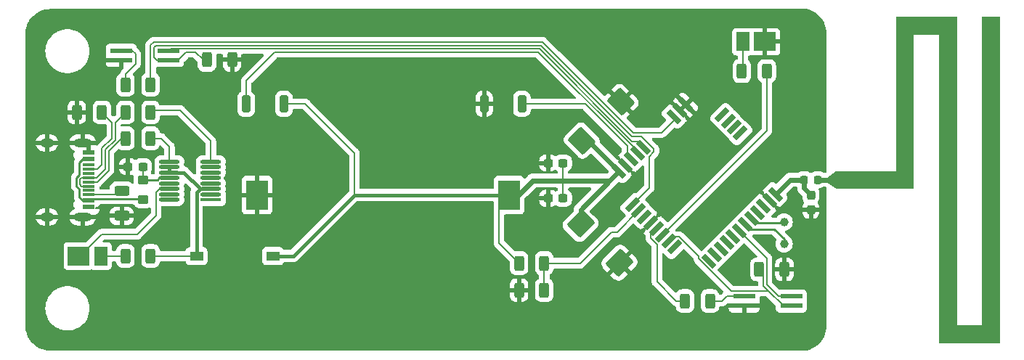
<source format=gtl>
%TF.GenerationSoftware,KiCad,Pcbnew,7.0.1-0*%
%TF.CreationDate,2023-09-15T13:21:47+02:00*%
%TF.ProjectId,letterboxsensor,6c657474-6572-4626-9f78-73656e736f72,rev?*%
%TF.SameCoordinates,Original*%
%TF.FileFunction,Copper,L1,Top*%
%TF.FilePolarity,Positive*%
%FSLAX46Y46*%
G04 Gerber Fmt 4.6, Leading zero omitted, Abs format (unit mm)*
G04 Created by KiCad (PCBNEW 7.0.1-0) date 2023-09-15 13:21:47*
%MOMM*%
%LPD*%
G01*
G04 APERTURE LIST*
G04 Aperture macros list*
%AMRoundRect*
0 Rectangle with rounded corners*
0 $1 Rounding radius*
0 $2 $3 $4 $5 $6 $7 $8 $9 X,Y pos of 4 corners*
0 Add a 4 corners polygon primitive as box body*
4,1,4,$2,$3,$4,$5,$6,$7,$8,$9,$2,$3,0*
0 Add four circle primitives for the rounded corners*
1,1,$1+$1,$2,$3*
1,1,$1+$1,$4,$5*
1,1,$1+$1,$6,$7*
1,1,$1+$1,$8,$9*
0 Add four rect primitives between the rounded corners*
20,1,$1+$1,$2,$3,$4,$5,0*
20,1,$1+$1,$4,$5,$6,$7,0*
20,1,$1+$1,$6,$7,$8,$9,0*
20,1,$1+$1,$8,$9,$2,$3,0*%
%AMRotRect*
0 Rectangle, with rotation*
0 The origin of the aperture is its center*
0 $1 length*
0 $2 width*
0 $3 Rotation angle, in degrees counterclockwise*
0 Add horizontal line*
21,1,$1,$2,0,0,$3*%
G04 Aperture macros list end*
%TA.AperFunction,EtchedComponent*%
%ADD10C,0.100000*%
%TD*%
%TA.AperFunction,SMDPad,CuDef*%
%ADD11R,2.600000X0.600000*%
%TD*%
%TA.AperFunction,SMDPad,CuDef*%
%ADD12RoundRect,0.250000X-0.312500X-0.625000X0.312500X-0.625000X0.312500X0.625000X-0.312500X0.625000X0*%
%TD*%
%TA.AperFunction,SMDPad,CuDef*%
%ADD13RoundRect,0.250000X0.312500X0.625000X-0.312500X0.625000X-0.312500X-0.625000X0.312500X-0.625000X0*%
%TD*%
%TA.AperFunction,SMDPad,CuDef*%
%ADD14R,2.500000X2.200000*%
%TD*%
%TA.AperFunction,SMDPad,CuDef*%
%ADD15R,1.550000X2.200000*%
%TD*%
%TA.AperFunction,SMDPad,CuDef*%
%ADD16RoundRect,0.237500X-0.237500X0.300000X-0.237500X-0.300000X0.237500X-0.300000X0.237500X0.300000X0*%
%TD*%
%TA.AperFunction,SMDPad,CuDef*%
%ADD17RoundRect,0.218750X0.218750X0.256250X-0.218750X0.256250X-0.218750X-0.256250X0.218750X-0.256250X0*%
%TD*%
%TA.AperFunction,SMDPad,CuDef*%
%ADD18R,0.400000X0.600000*%
%TD*%
%TA.AperFunction,SMDPad,CuDef*%
%ADD19R,2.540000X3.510000*%
%TD*%
%TA.AperFunction,SMDPad,CuDef*%
%ADD20RoundRect,0.250000X0.250000X0.750000X-0.250000X0.750000X-0.250000X-0.750000X0.250000X-0.750000X0*%
%TD*%
%TA.AperFunction,SMDPad,CuDef*%
%ADD21RoundRect,0.237500X-0.300000X-0.237500X0.300000X-0.237500X0.300000X0.237500X-0.300000X0.237500X0*%
%TD*%
%TA.AperFunction,SMDPad,CuDef*%
%ADD22RoundRect,0.237500X0.300000X0.237500X-0.300000X0.237500X-0.300000X-0.237500X0.300000X-0.237500X0*%
%TD*%
%TA.AperFunction,SMDPad,CuDef*%
%ADD23R,2.477223X0.426984*%
%TD*%
%TA.AperFunction,SMDPad,CuDef*%
%ADD24RoundRect,0.213492X1.025119X0.000000X-1.025119X0.000000X-1.025119X0.000000X1.025119X0.000000X0*%
%TD*%
%TA.AperFunction,SMDPad,CuDef*%
%ADD25RoundRect,0.250000X0.625000X-0.312500X0.625000X0.312500X-0.625000X0.312500X-0.625000X-0.312500X0*%
%TD*%
%TA.AperFunction,SMDPad,CuDef*%
%ADD26RoundRect,0.250000X-0.250000X-0.750000X0.250000X-0.750000X0.250000X0.750000X-0.250000X0.750000X0*%
%TD*%
%TA.AperFunction,SMDPad,CuDef*%
%ADD27R,1.450000X0.600000*%
%TD*%
%TA.AperFunction,SMDPad,CuDef*%
%ADD28R,1.450000X0.300000*%
%TD*%
%TA.AperFunction,ComponentPad*%
%ADD29O,2.100000X1.000000*%
%TD*%
%TA.AperFunction,ComponentPad*%
%ADD30O,1.600000X1.000000*%
%TD*%
%TA.AperFunction,SMDPad,CuDef*%
%ADD31RoundRect,0.250000X-1.343503X-0.106066X-0.106066X-1.343503X1.343503X0.106066X0.106066X1.343503X0*%
%TD*%
%TA.AperFunction,SMDPad,CuDef*%
%ADD32R,1.500000X1.100000*%
%TD*%
%TA.AperFunction,SMDPad,CuDef*%
%ADD33RoundRect,0.250000X-0.350000X0.275000X-0.350000X-0.275000X0.350000X-0.275000X0.350000X0.275000X0*%
%TD*%
%TA.AperFunction,SMDPad,CuDef*%
%ADD34RoundRect,0.250000X0.106066X-1.343503X1.343503X-0.106066X-0.106066X1.343503X-1.343503X0.106066X0*%
%TD*%
%TA.AperFunction,SMDPad,CuDef*%
%ADD35RotRect,1.800000X0.700000X45.000000*%
%TD*%
%TA.AperFunction,SMDPad,CuDef*%
%ADD36RotRect,1.800000X0.700000X315.000000*%
%TD*%
%TA.AperFunction,ViaPad*%
%ADD37C,1.000000*%
%TD*%
%TA.AperFunction,ViaPad*%
%ADD38C,0.400000*%
%TD*%
%TA.AperFunction,ViaPad*%
%ADD39C,0.250000*%
%TD*%
%TA.AperFunction,Conductor*%
%ADD40C,0.400000*%
%TD*%
%TA.AperFunction,Conductor*%
%ADD41C,0.200000*%
%TD*%
%TA.AperFunction,Conductor*%
%ADD42C,0.250000*%
%TD*%
%TA.AperFunction,Conductor*%
%ADD43C,0.600000*%
%TD*%
G04 APERTURE END LIST*
D10*
X213600000Y-106500000D02*
X211600000Y-106500000D01*
X211600000Y-68500000D01*
X213600000Y-68500000D01*
X213600000Y-106500000D01*
%TA.AperFunction,EtchedComponent*%
G36*
X213600000Y-106500000D02*
G01*
X211600000Y-106500000D01*
X211600000Y-68500000D01*
X213600000Y-68500000D01*
X213600000Y-106500000D01*
G37*
%TD.AperFunction*%
X208600000Y-70500000D02*
X201600000Y-70500000D01*
X201600000Y-68500000D01*
X208600000Y-68500000D01*
X208600000Y-70500000D01*
%TA.AperFunction,EtchedComponent*%
G36*
X208600000Y-70500000D02*
G01*
X201600000Y-70500000D01*
X201600000Y-68500000D01*
X208600000Y-68500000D01*
X208600000Y-70500000D01*
G37*
%TD.AperFunction*%
X203600000Y-88500000D02*
X201600000Y-88500000D01*
X201600000Y-68500000D01*
X203600000Y-68500000D01*
X203600000Y-88500000D01*
%TA.AperFunction,EtchedComponent*%
G36*
X203600000Y-88500000D02*
G01*
X201600000Y-88500000D01*
X201600000Y-68500000D01*
X203600000Y-68500000D01*
X203600000Y-88500000D01*
G37*
%TD.AperFunction*%
X203600000Y-88500000D02*
X194600000Y-88500000D01*
X194600000Y-86500000D01*
X203600000Y-86500000D01*
X203600000Y-88500000D01*
%TA.AperFunction,EtchedComponent*%
G36*
X203600000Y-88500000D02*
G01*
X194600000Y-88500000D01*
X194600000Y-86500000D01*
X203600000Y-86500000D01*
X203600000Y-88500000D01*
G37*
%TD.AperFunction*%
X194600000Y-88500000D02*
X193600000Y-87750000D01*
X193600000Y-87250000D01*
X194600000Y-86500000D01*
X194600000Y-88500000D01*
%TA.AperFunction,EtchedComponent*%
G36*
X194600000Y-88500000D02*
G01*
X193600000Y-87750000D01*
X193600000Y-87250000D01*
X194600000Y-86500000D01*
X194600000Y-88500000D01*
G37*
%TD.AperFunction*%
X213600000Y-106500000D02*
X206600000Y-106500000D01*
X206600000Y-104500000D01*
X213600000Y-104500000D01*
X213600000Y-106500000D01*
%TA.AperFunction,EtchedComponent*%
G36*
X213600000Y-106500000D02*
G01*
X206600000Y-106500000D01*
X206600000Y-104500000D01*
X213600000Y-104500000D01*
X213600000Y-106500000D01*
G37*
%TD.AperFunction*%
X208600000Y-106500000D02*
X206600000Y-106500000D01*
X206600000Y-68500000D01*
X208600000Y-68500000D01*
X208600000Y-106500000D01*
%TA.AperFunction,EtchedComponent*%
G36*
X208600000Y-106500000D02*
G01*
X206600000Y-106500000D01*
X206600000Y-68500000D01*
X208600000Y-68500000D01*
X208600000Y-106500000D01*
G37*
%TD.AperFunction*%
D11*
X111275400Y-72449600D03*
X111275400Y-73549600D03*
X116775400Y-73549600D03*
X116775400Y-72449600D03*
D12*
X114687500Y-76400000D03*
X111762500Y-76400000D03*
D13*
X186537500Y-74825000D03*
X183612500Y-74825000D03*
D14*
X186324600Y-71400000D03*
D15*
X183749600Y-71400000D03*
D16*
X191669200Y-89287500D03*
X191669200Y-91012500D03*
D17*
X192456700Y-87493600D03*
X190881700Y-87493600D03*
D18*
X193400000Y-87500000D03*
D19*
X156480000Y-89275000D03*
X127120000Y-89275000D03*
D12*
X121262500Y-73500000D03*
X124187500Y-73500000D03*
D20*
X157975000Y-78650000D03*
X153575000Y-78650000D03*
D12*
X114687500Y-79650000D03*
X111762500Y-79650000D03*
D14*
X106300000Y-96400000D03*
D15*
X108875000Y-96400000D03*
D13*
X176987500Y-101650000D03*
X179912500Y-101650000D03*
X111762500Y-96400000D03*
X114687500Y-96400000D03*
D21*
X112062500Y-85975000D03*
X113787500Y-85975000D03*
D11*
X183900000Y-101100000D03*
X183900000Y-102200000D03*
X189400000Y-102200000D03*
X189400000Y-101100000D03*
D12*
X157650000Y-100387500D03*
X160575000Y-100387500D03*
D13*
X160575000Y-97237500D03*
X157650000Y-97237500D03*
D22*
X162762500Y-89650000D03*
X161037500Y-89650000D03*
D23*
X121717041Y-89825000D03*
D24*
X121717041Y-89190000D03*
X121717041Y-88555000D03*
X121717041Y-87920000D03*
X121717041Y-87285000D03*
X121717041Y-86650000D03*
X121717041Y-86015000D03*
X121717041Y-85380000D03*
X116890558Y-85380000D03*
X116890558Y-86015000D03*
X116890558Y-86650000D03*
X116890558Y-87285000D03*
X116890558Y-87920000D03*
X116890558Y-88555000D03*
X116890558Y-89190000D03*
X116890558Y-89825000D03*
D25*
X111325000Y-91712500D03*
X111325000Y-88787500D03*
D12*
X188575000Y-97950000D03*
X185650000Y-97950000D03*
X111762500Y-82675000D03*
X114687500Y-82675000D03*
D26*
X125825000Y-78650000D03*
X130225000Y-78650000D03*
D27*
X107495000Y-84300000D03*
X107495000Y-85100000D03*
D28*
X107495000Y-86250000D03*
X107495000Y-87250000D03*
X107495000Y-87750000D03*
X107495000Y-88750000D03*
D27*
X107495000Y-89900000D03*
X107495000Y-90700000D03*
X107495000Y-90700000D03*
X107495000Y-89900000D03*
D28*
X107495000Y-89250000D03*
X107495000Y-88250000D03*
X107495000Y-86750000D03*
X107495000Y-85750000D03*
D27*
X107495000Y-85100000D03*
X107495000Y-84300000D03*
D29*
X106770000Y-83180000D03*
D30*
X102600000Y-83180000D03*
D29*
X106770000Y-91820000D03*
D30*
X102600000Y-91820000D03*
D31*
X164825000Y-92650000D03*
X169350484Y-97175484D03*
D22*
X162762500Y-85550000D03*
X161037500Y-85550000D03*
D32*
X120050000Y-96400000D03*
X128950000Y-96400000D03*
D33*
X113800000Y-87500000D03*
X113800000Y-89800000D03*
D12*
X106087500Y-79650000D03*
X109012500Y-79650000D03*
D34*
X164962258Y-82937742D03*
X169487742Y-78412258D03*
D35*
X175799606Y-95354250D03*
X175092499Y-94647143D03*
X174385393Y-93940036D03*
X173678286Y-93232930D03*
X172971179Y-92525823D03*
X172264072Y-91818716D03*
X171556966Y-91111609D03*
X170849859Y-90404502D03*
D36*
X169308366Y-86508344D03*
X170015473Y-85801237D03*
X170722579Y-85094130D03*
X171429686Y-84387024D03*
X172136793Y-83679917D03*
X175672327Y-80144383D03*
X176379434Y-79437276D03*
X177086541Y-78730169D03*
D35*
X181315039Y-79939322D03*
X182022146Y-80646429D03*
X182729253Y-81353536D03*
X183436359Y-82060642D03*
D36*
X187551721Y-89195350D03*
X186844614Y-89902457D03*
X186137507Y-90609563D03*
X185430401Y-91316670D03*
X184723294Y-92023777D03*
X184016187Y-92730884D03*
X183309080Y-93437990D03*
X182601973Y-94145097D03*
X181894867Y-94852204D03*
X181187760Y-95559311D03*
X180480653Y-96266418D03*
X179773546Y-96973524D03*
D37*
X188550000Y-94975000D03*
X188550000Y-92435000D03*
D38*
X113225000Y-78050000D03*
X172000000Y-105000000D03*
X192000000Y-77000000D03*
X102000000Y-77000000D03*
X102000000Y-105000000D03*
X102000000Y-70000000D03*
X113200000Y-98000000D03*
X101000000Y-84000000D03*
X101000000Y-91000000D03*
X192000000Y-84000000D03*
X192000000Y-105000000D03*
X192000000Y-98000000D03*
X191700000Y-91000000D03*
X182000000Y-70000000D03*
X172000000Y-98000000D03*
X117750000Y-87925000D03*
X132000000Y-77000000D03*
X182000000Y-91000000D03*
X102000000Y-98000000D03*
X120875000Y-87294500D03*
X122100000Y-96800000D03*
X172000000Y-77000000D03*
X168050000Y-91000000D03*
X152000000Y-98000000D03*
X152000000Y-105000000D03*
X112000000Y-105000000D03*
X122000000Y-91000000D03*
X182000000Y-105000000D03*
X132000000Y-84000000D03*
X142975000Y-69650000D03*
X112000000Y-70000000D03*
X181700000Y-77000000D03*
X152000000Y-77000000D03*
X111325000Y-91625000D03*
X113280200Y-84000000D03*
X132000000Y-98000000D03*
X152000000Y-84000000D03*
X142000000Y-105000000D03*
X132000000Y-105000000D03*
X173800000Y-88075000D03*
X119303800Y-84000000D03*
X132000000Y-91000000D03*
X107850000Y-84295000D03*
X172000000Y-70000000D03*
X162000000Y-77000000D03*
X142000000Y-91000000D03*
X182000000Y-84000000D03*
X122000000Y-105000000D03*
X152000000Y-91000000D03*
X192000000Y-70000000D03*
X163975000Y-70000000D03*
X162000000Y-91000000D03*
X182000000Y-98000000D03*
X152000000Y-70000000D03*
X162000000Y-105000000D03*
X132000000Y-70000000D03*
X141150000Y-98375000D03*
X123000000Y-84000000D03*
X162000000Y-84000000D03*
X122000000Y-77000000D03*
X142000000Y-84000000D03*
X122000000Y-70000000D03*
X107850000Y-90695000D03*
X142000000Y-77000000D03*
X121725000Y-89825000D03*
X179775000Y-97000000D03*
X121725000Y-87925000D03*
X180500000Y-96275000D03*
D39*
X107500000Y-86750000D03*
X107497451Y-87753742D03*
D40*
X120050000Y-88964313D02*
X120459313Y-88555000D01*
D41*
X120050000Y-96400000D02*
X114687500Y-96400000D01*
D40*
X120050000Y-96400000D02*
X120050000Y-88964313D01*
X128950000Y-96400000D02*
X131300000Y-96400000D01*
X131300000Y-96400000D02*
X138425000Y-89275000D01*
D41*
X111762500Y-96400000D02*
X108875000Y-96400000D01*
X116890558Y-88555000D02*
X115774252Y-88555000D01*
X115774252Y-88555000D02*
X115325000Y-89004252D01*
X115325000Y-89004252D02*
X115325000Y-91650000D01*
X115325000Y-91650000D02*
X113125000Y-93850000D01*
X113125000Y-93850000D02*
X109000000Y-93850000D01*
X109000000Y-93850000D02*
X106450000Y-96400000D01*
X106450000Y-96400000D02*
X106300000Y-96400000D01*
X130225000Y-78650000D02*
X132700000Y-78650000D01*
X132700000Y-78650000D02*
X138425000Y-84375000D01*
X138425000Y-84375000D02*
X138425000Y-89275000D01*
X114687500Y-79415600D02*
X114696900Y-79425000D01*
X114696900Y-79425000D02*
X118150000Y-79425000D01*
X118150000Y-79425000D02*
X121717041Y-82992041D01*
X121717041Y-82992041D02*
X121717041Y-85380000D01*
D40*
X138425000Y-89275000D02*
X140875000Y-89275000D01*
D41*
X111275400Y-72449600D02*
X112549600Y-72449600D01*
X112549600Y-72449600D02*
X112925000Y-72825000D01*
X112925000Y-72825000D02*
X112925000Y-73975000D01*
X112925000Y-73975000D02*
X111762500Y-75137500D01*
X111762500Y-75137500D02*
X111762500Y-76400000D01*
X157650000Y-97237500D02*
X155300000Y-94887500D01*
X155300000Y-90455000D02*
X156480000Y-89275000D01*
X155300000Y-94887500D02*
X155300000Y-90455000D01*
X160575000Y-97237500D02*
X164762500Y-97237500D01*
X164762500Y-97237500D02*
X168400000Y-93600000D01*
X168400000Y-93600000D02*
X169068575Y-93600000D01*
X169068575Y-93600000D02*
X171556966Y-91111609D01*
X107495000Y-86250000D02*
X108520000Y-86250000D01*
X108520000Y-86250000D02*
X109000000Y-85770000D01*
X109000000Y-85770000D02*
X109000000Y-83843628D01*
X110175000Y-82668628D02*
X110175000Y-80812500D01*
X109000000Y-83843628D02*
X110175000Y-82668628D01*
X110175000Y-80812500D02*
X109012500Y-79650000D01*
X107495000Y-87250000D02*
X108383604Y-87250000D01*
X108383604Y-87250000D02*
X109400000Y-86233604D01*
X110575000Y-82834314D02*
X110575000Y-80825000D01*
X109400000Y-86233604D02*
X109400000Y-84009314D01*
X111750000Y-79650000D02*
X111762500Y-79650000D01*
X109400000Y-84009314D02*
X110575000Y-82834314D01*
X110575000Y-80825000D02*
X111750000Y-79650000D01*
X107495000Y-89250000D02*
X110862500Y-89250000D01*
X110862500Y-89250000D02*
X111325000Y-88787500D01*
D42*
X107495000Y-89900000D02*
X107670000Y-89725000D01*
X113725000Y-89725000D02*
X113800000Y-89800000D01*
X107670000Y-89725000D02*
X113725000Y-89725000D01*
X116890558Y-87285000D02*
X115690000Y-87285000D01*
X115690000Y-87285000D02*
X115475000Y-87500000D01*
X115475000Y-87500000D02*
X113800000Y-87500000D01*
D41*
X113812500Y-85975000D02*
X113812500Y-87487500D01*
D42*
X184016187Y-92730884D02*
X184560303Y-93275000D01*
X184560303Y-93275000D02*
X187400000Y-93275000D01*
X188550000Y-94425000D02*
X188550000Y-94975000D01*
X187400000Y-93275000D02*
X188550000Y-94425000D01*
D41*
X183749600Y-74687900D02*
X183749600Y-71400000D01*
X175672327Y-80144383D02*
X175672327Y-80577673D01*
X170975000Y-82025000D02*
X160374600Y-71424600D01*
X114700000Y-76362500D02*
X114687500Y-76375000D01*
X174225000Y-82025000D02*
X170975000Y-82025000D01*
X175672327Y-80577673D02*
X174225000Y-82025000D01*
X160374600Y-71424600D02*
X115064004Y-71424600D01*
X115064004Y-71424600D02*
X114700000Y-71788604D01*
X114700000Y-71788604D02*
X114700000Y-76362500D01*
X116775400Y-73549600D02*
X117900400Y-73549600D01*
X120825000Y-73500000D02*
X121262500Y-73500000D01*
X117900400Y-73549600D02*
X118825400Y-72624600D01*
X118825400Y-72624600D02*
X119949600Y-72624600D01*
X119949600Y-72624600D02*
X120825000Y-73500000D01*
X111300000Y-82675000D02*
X111762500Y-82675000D01*
X109800000Y-84175000D02*
X111300000Y-82675000D01*
X109800000Y-86399289D02*
X109800000Y-84175000D01*
X108449290Y-87750000D02*
X109800000Y-86399289D01*
X107495000Y-87750000D02*
X108449290Y-87750000D01*
X183900000Y-101100000D02*
X181850000Y-101100000D01*
X181850000Y-101100000D02*
X181300000Y-101650000D01*
X181300000Y-101650000D02*
X179912500Y-101650000D01*
X183309080Y-93437990D02*
X183312990Y-93437990D01*
X183312990Y-93437990D02*
X186525000Y-96650000D01*
X186525000Y-96650000D02*
X186525000Y-99709314D01*
X186525000Y-99709314D02*
X187915686Y-101100000D01*
X187915686Y-101100000D02*
X189400000Y-101100000D01*
X176000000Y-101650000D02*
X176987500Y-101650000D01*
X173725000Y-99375000D02*
X176000000Y-101650000D01*
X173025000Y-94325000D02*
X173725000Y-95025000D01*
X173025000Y-93886216D02*
X173025000Y-94325000D01*
X173725000Y-95025000D02*
X173725000Y-99375000D01*
X173678286Y-93232930D02*
X173025000Y-93886216D01*
D43*
X190881700Y-87493600D02*
X190881700Y-88500000D01*
X190881700Y-88500000D02*
X191669200Y-89287500D01*
D41*
X186725000Y-100475000D02*
X186125000Y-99875000D01*
X186125000Y-99875000D02*
X186125000Y-98425000D01*
X186125000Y-98425000D02*
X185650000Y-97950000D01*
D42*
X184723294Y-92023777D02*
X185225070Y-92525553D01*
X185225070Y-92525553D02*
X188459447Y-92525553D01*
X188459447Y-92525553D02*
X188550000Y-92435000D01*
X185430401Y-91316670D02*
X185430401Y-91330401D01*
D41*
X171429686Y-84387024D02*
X171429686Y-84176744D01*
X171429686Y-84176744D02*
X159877542Y-72624600D01*
X159877542Y-72624600D02*
X129150400Y-72624600D01*
X129150400Y-72624600D02*
X125825000Y-75950000D01*
X125825000Y-75950000D02*
X125825000Y-78650000D01*
D40*
X140875000Y-89275000D02*
X156480000Y-89275000D01*
D42*
X140850000Y-89275000D02*
X140875000Y-89275000D01*
D41*
X111762500Y-79650000D02*
X111762500Y-79415600D01*
X111762500Y-82675000D02*
X111762500Y-82425000D01*
X114687500Y-82675000D02*
X115912500Y-82675000D01*
X115912500Y-82675000D02*
X116890558Y-83653058D01*
X116890558Y-83653058D02*
X116890558Y-85380000D01*
X174385393Y-93940036D02*
X174385393Y-93939607D01*
X174385393Y-93939607D02*
X186537500Y-81787500D01*
X186537500Y-81787500D02*
X186537500Y-74825000D01*
X175092499Y-94647143D02*
X175589642Y-94150000D01*
X175589642Y-94150000D02*
X176325000Y-94150000D01*
X176325000Y-94150000D02*
X178589663Y-96414663D01*
X178589663Y-96414663D02*
X178589663Y-96708881D01*
X178589663Y-96708881D02*
X182355782Y-100475000D01*
X182355782Y-100475000D02*
X186725000Y-100475000D01*
X188450000Y-102200000D02*
X189400000Y-102200000D01*
X186725000Y-100475000D02*
X188450000Y-102200000D01*
X160575000Y-100387500D02*
X160575000Y-97212500D01*
D43*
X161150000Y-87600000D02*
X162750000Y-87600000D01*
X156480000Y-89275000D02*
X157555000Y-89275000D01*
X162750000Y-87600000D02*
X168175000Y-87600000D01*
X159230000Y-87600000D02*
X161150000Y-87600000D01*
X168200000Y-87625000D02*
X169308366Y-86516634D01*
X169308366Y-86516634D02*
X169308366Y-86508344D01*
X164825000Y-91000000D02*
X168200000Y-87625000D01*
X165737742Y-82937742D02*
X169308344Y-86508344D01*
D40*
X168175000Y-87600000D02*
X168200000Y-87625000D01*
D43*
X164825000Y-92650000D02*
X164825000Y-91000000D01*
X169308344Y-86508344D02*
X169308366Y-86508344D01*
X157555000Y-89275000D02*
X159230000Y-87600000D01*
X164962258Y-82937742D02*
X165737742Y-82937742D01*
D41*
X162762500Y-85550000D02*
X162762500Y-89650000D01*
D43*
X192456700Y-87493600D02*
X194000000Y-87493600D01*
D41*
X170245803Y-83558547D02*
X165337256Y-78650000D01*
X165337256Y-78650000D02*
X157975000Y-78650000D01*
X170245803Y-84617354D02*
X170245803Y-83558547D01*
X170722579Y-85094130D02*
X170245803Y-84617354D01*
D43*
X189253471Y-87493600D02*
X190881700Y-87493600D01*
X187551721Y-89195350D02*
X189253471Y-87493600D01*
D41*
X170818628Y-83000000D02*
X160043228Y-72224600D01*
X171456876Y-83000000D02*
X170818628Y-83000000D01*
X172136793Y-83679917D02*
X171456876Y-83000000D01*
X117000400Y-72224600D02*
X116775400Y-72449600D01*
X160043228Y-72224600D02*
X117000400Y-72224600D01*
D42*
X106400000Y-89520051D02*
X106779949Y-89900000D01*
X107495000Y-85100000D02*
X106800000Y-85100000D01*
X106400000Y-85500000D02*
X106400000Y-86898959D01*
X106400000Y-88601040D02*
X106400000Y-89520051D01*
X106800000Y-85100000D02*
X106400000Y-85500000D01*
X106779949Y-89900000D02*
X107495000Y-89900000D01*
X106045000Y-87253959D02*
X106045000Y-88246040D01*
X106045000Y-88246040D02*
X106400000Y-88601040D01*
X106400000Y-86898959D02*
X106045000Y-87253959D01*
D41*
X107495000Y-87250000D02*
X106650000Y-87250000D01*
X106470000Y-88070000D02*
X106650000Y-88250000D01*
X106650000Y-87250000D02*
X106470000Y-87430000D01*
X106650000Y-88250000D02*
X107495000Y-88250000D01*
X106470000Y-87430000D02*
X106470000Y-88070000D01*
D40*
X116890558Y-86650000D02*
X116890558Y-86015000D01*
X118554313Y-86650000D02*
X116890558Y-86650000D01*
X121717041Y-88555000D02*
X120459313Y-88555000D01*
X120459313Y-88555000D02*
X118554313Y-86650000D01*
D41*
X171900000Y-82450000D02*
X170834314Y-82450000D01*
X173375000Y-83925000D02*
X171900000Y-82450000D01*
X170834314Y-82450000D02*
X160208914Y-71824600D01*
X160208914Y-71824600D02*
X115300400Y-71824600D01*
X115449600Y-73549600D02*
X116775400Y-73549600D01*
X170849859Y-90404502D02*
X172800000Y-88454361D01*
X115300400Y-71824600D02*
X115100000Y-72025000D01*
X115100000Y-73200000D02*
X115449600Y-73549600D01*
X172800000Y-84825000D02*
X173375000Y-84250000D01*
X173375000Y-84250000D02*
X173375000Y-83925000D01*
X172800000Y-88454361D02*
X172800000Y-84825000D01*
X115100000Y-72025000D02*
X115100000Y-73200000D01*
%TA.AperFunction,Conductor*%
G36*
X183965815Y-94951364D02*
G01*
X185366206Y-96351755D01*
X185400024Y-96413131D01*
X185395823Y-96483082D01*
X185354901Y-96539970D01*
X185289917Y-96566198D01*
X185183073Y-96577113D01*
X185014762Y-96632885D01*
X184863844Y-96725972D01*
X184738472Y-96851344D01*
X184718860Y-96883140D01*
X184645385Y-97002262D01*
X184589613Y-97170574D01*
X184586995Y-97196205D01*
X184579000Y-97274459D01*
X184579000Y-98625540D01*
X184589603Y-98729328D01*
X184589613Y-98729426D01*
X184645385Y-98897738D01*
X184698327Y-98983570D01*
X184738472Y-99048655D01*
X184863844Y-99174027D01*
X184863846Y-99174028D01*
X184863848Y-99174030D01*
X185014762Y-99267115D01*
X185183074Y-99322887D01*
X185286955Y-99333500D01*
X185390500Y-99333500D01*
X185453500Y-99350381D01*
X185499619Y-99396500D01*
X185516500Y-99459500D01*
X185516500Y-99740500D01*
X185499619Y-99803500D01*
X185453500Y-99849619D01*
X185390500Y-99866500D01*
X182660021Y-99866500D01*
X182611803Y-99856909D01*
X182570926Y-99829595D01*
X180829255Y-98087924D01*
X180796643Y-98031440D01*
X180796643Y-97966217D01*
X180829253Y-97909736D01*
X181051386Y-97687604D01*
X181089606Y-97640176D01*
X181089608Y-97640171D01*
X181095005Y-97633474D01*
X181113691Y-97606561D01*
X181140617Y-97587868D01*
X181163164Y-97569698D01*
X181194733Y-97544258D01*
X181758493Y-96980498D01*
X181796713Y-96933070D01*
X181796714Y-96933067D01*
X181802105Y-96926378D01*
X181820797Y-96899455D01*
X181847720Y-96880763D01*
X181854409Y-96875372D01*
X181854412Y-96875371D01*
X181901840Y-96837151D01*
X182465600Y-96273391D01*
X182503820Y-96225963D01*
X182503821Y-96225960D01*
X182509212Y-96219271D01*
X182527904Y-96192348D01*
X182554827Y-96173656D01*
X182561516Y-96168265D01*
X182561519Y-96168264D01*
X182608947Y-96130044D01*
X183172707Y-95566284D01*
X183210927Y-95518856D01*
X183210926Y-95518856D01*
X183216317Y-95512168D01*
X183235010Y-95485242D01*
X183261923Y-95466556D01*
X183268620Y-95461159D01*
X183268625Y-95461157D01*
X183316053Y-95422937D01*
X183787626Y-94951362D01*
X183844109Y-94918752D01*
X183909331Y-94918752D01*
X183965815Y-94951364D01*
G37*
%TD.AperFunction*%
%TA.AperFunction,Conductor*%
G36*
X107686000Y-83468881D02*
G01*
X107732119Y-83515000D01*
X107749000Y-83578000D01*
X107749000Y-84165500D01*
X107732119Y-84228500D01*
X107686000Y-84274619D01*
X107623000Y-84291500D01*
X107299691Y-84291500D01*
X107242488Y-84277767D01*
X107197755Y-84239561D01*
X107175242Y-84185211D01*
X107179858Y-84126564D01*
X107210596Y-84076405D01*
X107241000Y-84046001D01*
X107241000Y-83578000D01*
X107257881Y-83515000D01*
X107304000Y-83468881D01*
X107367000Y-83452000D01*
X107623000Y-83452000D01*
X107686000Y-83468881D01*
G37*
%TD.AperFunction*%
%TA.AperFunction,Conductor*%
G36*
X191185639Y-67580423D02*
G01*
X191484041Y-67666392D01*
X191497373Y-67671057D01*
X191646243Y-67732721D01*
X191795113Y-67794385D01*
X191807843Y-67800516D01*
X192003362Y-67908575D01*
X192089909Y-67956407D01*
X192101859Y-67963916D01*
X192364698Y-68150411D01*
X192375741Y-68159217D01*
X192616043Y-68373965D01*
X192626034Y-68383956D01*
X192840782Y-68624258D01*
X192849590Y-68635303D01*
X193036080Y-68898136D01*
X193043594Y-68910094D01*
X193199483Y-69192156D01*
X193205614Y-69204886D01*
X193328941Y-69502624D01*
X193333608Y-69515961D01*
X193422825Y-69825638D01*
X193425969Y-69839413D01*
X193479951Y-70157131D01*
X193481533Y-70171172D01*
X193499802Y-70496474D01*
X193500000Y-70503539D01*
X193500000Y-86559100D01*
X193483119Y-86622100D01*
X193437000Y-86668219D01*
X193374000Y-86685100D01*
X193201150Y-86685100D01*
X193135003Y-86666341D01*
X193129587Y-86663000D01*
X192984892Y-86573751D01*
X192984889Y-86573749D01*
X192823517Y-86520276D01*
X192786162Y-86516460D01*
X192723911Y-86510100D01*
X192723906Y-86510100D01*
X192189493Y-86510100D01*
X192102674Y-86518969D01*
X192089886Y-86520276D01*
X191928508Y-86573751D01*
X191882888Y-86601890D01*
X191783809Y-86663002D01*
X191758295Y-86688517D01*
X191701811Y-86721129D01*
X191636589Y-86721129D01*
X191580105Y-86688517D01*
X191554590Y-86663002D01*
X191409889Y-86573749D01*
X191248517Y-86520276D01*
X191211162Y-86516460D01*
X191148911Y-86510100D01*
X191148906Y-86510100D01*
X190614493Y-86510100D01*
X190527674Y-86518969D01*
X190514886Y-86520276D01*
X190353508Y-86573751D01*
X190208813Y-86663000D01*
X190208812Y-86663000D01*
X190203397Y-86666341D01*
X190137250Y-86685100D01*
X189162374Y-86685100D01*
X189124725Y-86693692D01*
X189110803Y-86696057D01*
X189072424Y-86700382D01*
X189035972Y-86713137D01*
X189022400Y-86717047D01*
X188984750Y-86725641D01*
X188949953Y-86742397D01*
X188936905Y-86747802D01*
X188900456Y-86760556D01*
X188867755Y-86781103D01*
X188855394Y-86787935D01*
X188820598Y-86804692D01*
X188790403Y-86828772D01*
X188778883Y-86836946D01*
X188746190Y-86857488D01*
X188696160Y-86907516D01*
X188696157Y-86907521D01*
X187676171Y-87927507D01*
X187619687Y-87960119D01*
X187554465Y-87960119D01*
X187497981Y-87927507D01*
X187487987Y-87917513D01*
X187487984Y-87917510D01*
X187440555Y-87879290D01*
X187307546Y-87818547D01*
X187307544Y-87818546D01*
X187307543Y-87818546D01*
X187162812Y-87797737D01*
X187018080Y-87818546D01*
X186885068Y-87879290D01*
X186837635Y-87917514D01*
X186273885Y-88481264D01*
X186231467Y-88533901D01*
X186211260Y-88563005D01*
X186186177Y-88580422D01*
X186130853Y-88625004D01*
X186028612Y-88727245D01*
X186132229Y-88830861D01*
X186155806Y-88863557D01*
X186167851Y-88902025D01*
X186174917Y-88951172D01*
X186174917Y-88951173D01*
X186174918Y-88951175D01*
X186235661Y-89084184D01*
X186273881Y-89131613D01*
X187615458Y-90473190D01*
X187632211Y-90486690D01*
X187662886Y-90511410D01*
X187795895Y-90572153D01*
X187815910Y-90575030D01*
X187845045Y-90579219D01*
X187883513Y-90591264D01*
X187916210Y-90614842D01*
X188019824Y-90718457D01*
X188122064Y-90616219D01*
X188166659Y-90560879D01*
X188184063Y-90535811D01*
X188213159Y-90515611D01*
X188218370Y-90511410D01*
X188218373Y-90511410D01*
X188265801Y-90473190D01*
X188829561Y-89909430D01*
X188867781Y-89862002D01*
X188928524Y-89728993D01*
X188949333Y-89584259D01*
X188928524Y-89439525D01*
X188867781Y-89306516D01*
X188829561Y-89259087D01*
X188819563Y-89249088D01*
X188786951Y-89192605D01*
X188786951Y-89127383D01*
X188819561Y-89070900D01*
X189551458Y-88339004D01*
X189592336Y-88311691D01*
X189640554Y-88302100D01*
X189947200Y-88302100D01*
X190010200Y-88318981D01*
X190056319Y-88365100D01*
X190073200Y-88428100D01*
X190073200Y-88591097D01*
X190080179Y-88621676D01*
X190081792Y-88628740D01*
X190084159Y-88642669D01*
X190088483Y-88681050D01*
X190101235Y-88717494D01*
X190105145Y-88731064D01*
X190113740Y-88768718D01*
X190130496Y-88803512D01*
X190135901Y-88816560D01*
X190140905Y-88830861D01*
X190148658Y-88853018D01*
X190169199Y-88885708D01*
X190176035Y-88898076D01*
X190183143Y-88912835D01*
X190192791Y-88932870D01*
X190216873Y-88963068D01*
X190225040Y-88974578D01*
X190245589Y-89007281D01*
X190277897Y-89039589D01*
X190648795Y-89410487D01*
X190676109Y-89451363D01*
X190685700Y-89499581D01*
X190685700Y-89637207D01*
X190695077Y-89728993D01*
X190696138Y-89739381D01*
X190750991Y-89904920D01*
X190797023Y-89979549D01*
X190833867Y-90039283D01*
X190842542Y-90053346D01*
X190850453Y-90061257D01*
X190883065Y-90117738D01*
X190883067Y-90182961D01*
X190850457Y-90239446D01*
X190842938Y-90246964D01*
X190751446Y-90395295D01*
X190696631Y-90560716D01*
X190686200Y-90662829D01*
X190686200Y-90758500D01*
X192652200Y-90758500D01*
X192652200Y-90662829D01*
X192641768Y-90560716D01*
X192586953Y-90395295D01*
X192495460Y-90246963D01*
X192487945Y-90239448D01*
X192455333Y-90182962D01*
X192455335Y-90117737D01*
X192487946Y-90061257D01*
X192495858Y-90053346D01*
X192587409Y-89904920D01*
X192642262Y-89739381D01*
X192652700Y-89637213D01*
X192652699Y-88937788D01*
X192642262Y-88835619D01*
X192587409Y-88670080D01*
X192586894Y-88669245D01*
X192584939Y-88662630D01*
X192582776Y-88656100D01*
X192582989Y-88656029D01*
X192568165Y-88605847D01*
X192584111Y-88541692D01*
X192630343Y-88494441D01*
X192694135Y-88477099D01*
X192723906Y-88477099D01*
X192723910Y-88477099D01*
X192823514Y-88466924D01*
X192984892Y-88413449D01*
X193124628Y-88327258D01*
X193190773Y-88308500D01*
X193371833Y-88308500D01*
X193411673Y-88314964D01*
X193447422Y-88333692D01*
X193449595Y-88335321D01*
X193486696Y-88379772D01*
X193500000Y-88436125D01*
X193500000Y-104489492D01*
X193499802Y-104496557D01*
X193481534Y-104821844D01*
X193479952Y-104835883D01*
X193425976Y-105153586D01*
X193422832Y-105167362D01*
X193333625Y-105477020D01*
X193328959Y-105490356D01*
X193205642Y-105788085D01*
X193199512Y-105800815D01*
X193043636Y-106082868D01*
X193036119Y-106094832D01*
X192849650Y-106357652D01*
X192840841Y-106368698D01*
X192626117Y-106608993D01*
X192616126Y-106618985D01*
X192375845Y-106833730D01*
X192364800Y-106842539D01*
X192101995Y-107029028D01*
X192090031Y-107036546D01*
X191807993Y-107192442D01*
X191795264Y-107198573D01*
X191497542Y-107321914D01*
X191484206Y-107326581D01*
X191174556Y-107415811D01*
X191160784Y-107418956D01*
X191157383Y-107419534D01*
X191138649Y-107422718D01*
X191117538Y-107424500D01*
X103003539Y-107424500D01*
X102996474Y-107424302D01*
X102679625Y-107406507D01*
X102665585Y-107404925D01*
X102356215Y-107352362D01*
X102342439Y-107349218D01*
X102040897Y-107262345D01*
X102027560Y-107257678D01*
X101737640Y-107137589D01*
X101724916Y-107131461D01*
X101450271Y-106979671D01*
X101438307Y-106972154D01*
X101182373Y-106790559D01*
X101171326Y-106781749D01*
X100937342Y-106572648D01*
X100927351Y-106562657D01*
X100718250Y-106328673D01*
X100709440Y-106317626D01*
X100527845Y-106061692D01*
X100520328Y-106049728D01*
X100436562Y-105898164D01*
X100368534Y-105775076D01*
X100362413Y-105762366D01*
X100242320Y-105472436D01*
X100237654Y-105459102D01*
X100150781Y-105157560D01*
X100147637Y-105143784D01*
X100136035Y-105075500D01*
X100095074Y-104834414D01*
X100093492Y-104820374D01*
X100075698Y-104503526D01*
X100075500Y-104496461D01*
X100075500Y-102499999D01*
X102419407Y-102499999D01*
X102439756Y-102823432D01*
X102500481Y-103141766D01*
X102600626Y-103449979D01*
X102738610Y-103743210D01*
X102912254Y-104016831D01*
X103118828Y-104266537D01*
X103355069Y-104488380D01*
X103617246Y-104678864D01*
X103617251Y-104678866D01*
X103617250Y-104678866D01*
X103901237Y-104834989D01*
X104202553Y-104954289D01*
X104309604Y-104981775D01*
X104516444Y-105034883D01*
X104837960Y-105075500D01*
X104837963Y-105075500D01*
X105162037Y-105075500D01*
X105162040Y-105075500D01*
X105483555Y-105034883D01*
X105483554Y-105034883D01*
X105797447Y-104954289D01*
X106098763Y-104834989D01*
X106382750Y-104678866D01*
X106644931Y-104488380D01*
X106881171Y-104266537D01*
X107087743Y-104016834D01*
X107261390Y-103743210D01*
X107399374Y-103449979D01*
X107499518Y-103141767D01*
X107560243Y-102823434D01*
X107580592Y-102500000D01*
X107576151Y-102429421D01*
X107564422Y-102242992D01*
X107560243Y-102176566D01*
X107499518Y-101858233D01*
X107399374Y-101550021D01*
X107261390Y-101256790D01*
X107191398Y-101146500D01*
X107087745Y-100983168D01*
X106881171Y-100733462D01*
X106783241Y-100641500D01*
X156579500Y-100641500D01*
X156579500Y-101063003D01*
X156590106Y-101166828D01*
X156645840Y-101335022D01*
X156738867Y-101485842D01*
X156864157Y-101611132D01*
X157014977Y-101704159D01*
X157183171Y-101759893D01*
X157286997Y-101770500D01*
X157396000Y-101770500D01*
X157396000Y-100641500D01*
X157904000Y-100641500D01*
X157904000Y-101770500D01*
X158013003Y-101770500D01*
X158116828Y-101759893D01*
X158285022Y-101704159D01*
X158435842Y-101611132D01*
X158561132Y-101485842D01*
X158654159Y-101335022D01*
X158709893Y-101166828D01*
X158720500Y-101063003D01*
X158720500Y-100641500D01*
X157904000Y-100641500D01*
X157396000Y-100641500D01*
X156579500Y-100641500D01*
X106783241Y-100641500D01*
X106644930Y-100511619D01*
X106382753Y-100321135D01*
X106098762Y-100165010D01*
X106019177Y-100133500D01*
X156579500Y-100133500D01*
X157396000Y-100133500D01*
X157396000Y-99004500D01*
X157904000Y-99004500D01*
X157904000Y-100133500D01*
X158720500Y-100133500D01*
X158720500Y-99711997D01*
X158709893Y-99608171D01*
X158654159Y-99439977D01*
X158561132Y-99289157D01*
X158435842Y-99163867D01*
X158285022Y-99070840D01*
X158116828Y-99015106D01*
X158013003Y-99004500D01*
X157904000Y-99004500D01*
X157396000Y-99004500D01*
X157286997Y-99004500D01*
X157183171Y-99015106D01*
X157014977Y-99070840D01*
X156864157Y-99163867D01*
X156738867Y-99289157D01*
X156645840Y-99439977D01*
X156590106Y-99608171D01*
X156579500Y-99711997D01*
X156579500Y-100133500D01*
X106019177Y-100133500D01*
X105884768Y-100080284D01*
X105797447Y-100045711D01*
X105797444Y-100045710D01*
X105797441Y-100045709D01*
X105483555Y-99965116D01*
X105162040Y-99924500D01*
X105162037Y-99924500D01*
X104837963Y-99924500D01*
X104837960Y-99924500D01*
X104516444Y-99965116D01*
X104202558Y-100045709D01*
X103901237Y-100165010D01*
X103617246Y-100321135D01*
X103355069Y-100511619D01*
X103118828Y-100733462D01*
X102912254Y-100983168D01*
X102738610Y-101256789D01*
X102600626Y-101550020D01*
X102500481Y-101858233D01*
X102439756Y-102176567D01*
X102419407Y-102499999D01*
X100075500Y-102499999D01*
X100075500Y-97548638D01*
X104541500Y-97548638D01*
X104548011Y-97609201D01*
X104557160Y-97633730D01*
X104599111Y-97746205D01*
X104686738Y-97863261D01*
X104803794Y-97950888D01*
X104803795Y-97950888D01*
X104803796Y-97950889D01*
X104940799Y-98001989D01*
X105001362Y-98008500D01*
X107598638Y-98008500D01*
X107659201Y-98001989D01*
X107780968Y-97956571D01*
X107824999Y-97948627D01*
X107869027Y-97956570D01*
X107990799Y-98001989D01*
X108051362Y-98008500D01*
X109698638Y-98008500D01*
X109759201Y-98001989D01*
X109896204Y-97950889D01*
X110013261Y-97863261D01*
X110100889Y-97746204D01*
X110151989Y-97609201D01*
X110158500Y-97548638D01*
X110158500Y-97134500D01*
X110175381Y-97071500D01*
X110221500Y-97025381D01*
X110284500Y-97008500D01*
X110570868Y-97008500D01*
X110630130Y-97023306D01*
X110675464Y-97064245D01*
X110696215Y-97121693D01*
X110702113Y-97179426D01*
X110757885Y-97347738D01*
X110822188Y-97451989D01*
X110850972Y-97498655D01*
X110976344Y-97624027D01*
X110976346Y-97624028D01*
X110976348Y-97624030D01*
X111127262Y-97717115D01*
X111295574Y-97772887D01*
X111399455Y-97783500D01*
X112125544Y-97783499D01*
X112229426Y-97772887D01*
X112397738Y-97717115D01*
X112548652Y-97624030D01*
X112674030Y-97498652D01*
X112767115Y-97347738D01*
X112822887Y-97179426D01*
X112833500Y-97075545D01*
X112833499Y-95724456D01*
X112822887Y-95620574D01*
X112767115Y-95452262D01*
X112674030Y-95301348D01*
X112674028Y-95301346D01*
X112674027Y-95301344D01*
X112548655Y-95175972D01*
X112543352Y-95172701D01*
X112397738Y-95082885D01*
X112229426Y-95027113D01*
X112125545Y-95016500D01*
X112125540Y-95016500D01*
X111399459Y-95016500D01*
X111295573Y-95027113D01*
X111127262Y-95082885D01*
X110976344Y-95175972D01*
X110850972Y-95301344D01*
X110822188Y-95348011D01*
X110757885Y-95452262D01*
X110702113Y-95620574D01*
X110702112Y-95620578D01*
X110696214Y-95678307D01*
X110675462Y-95735756D01*
X110630128Y-95776694D01*
X110570867Y-95791500D01*
X110284500Y-95791500D01*
X110221500Y-95774619D01*
X110175381Y-95728500D01*
X110158500Y-95665500D01*
X110158500Y-95251362D01*
X110157294Y-95240144D01*
X110151989Y-95190799D01*
X110100889Y-95053796D01*
X110095315Y-95046350D01*
X110013261Y-94936738D01*
X109896205Y-94849111D01*
X109827702Y-94823561D01*
X109759201Y-94798011D01*
X109698638Y-94791500D01*
X109223239Y-94791500D01*
X109166036Y-94777767D01*
X109121303Y-94739561D01*
X109098790Y-94685211D01*
X109103406Y-94626564D01*
X109134144Y-94576405D01*
X109215144Y-94495405D01*
X109256021Y-94468091D01*
X109304239Y-94458500D01*
X113076864Y-94458500D01*
X113093307Y-94459577D01*
X113125000Y-94463750D01*
X113156693Y-94459577D01*
X113156703Y-94459577D01*
X113164884Y-94458500D01*
X113164885Y-94458500D01*
X113264456Y-94445391D01*
X113283851Y-94442838D01*
X113431876Y-94381524D01*
X113527072Y-94308477D01*
X113527072Y-94308476D01*
X113543629Y-94295772D01*
X113543632Y-94295769D01*
X113557510Y-94285120D01*
X113558987Y-94283987D01*
X113578457Y-94258611D01*
X113589309Y-94246238D01*
X115721235Y-92114312D01*
X115733619Y-92103452D01*
X115733788Y-92103322D01*
X115758987Y-92083987D01*
X115772948Y-92065791D01*
X115772952Y-92065788D01*
X115787219Y-92047196D01*
X115814610Y-92011498D01*
X115856523Y-91956878D01*
X115857262Y-91955094D01*
X115917838Y-91808851D01*
X115921464Y-91781305D01*
X115933500Y-91689885D01*
X115934578Y-91681697D01*
X115934578Y-91681690D01*
X115936841Y-91664500D01*
X115938750Y-91650000D01*
X115934577Y-91618307D01*
X115933500Y-91601864D01*
X115933500Y-90672992D01*
X115950381Y-90609992D01*
X115996500Y-90563873D01*
X116059500Y-90546992D01*
X117963783Y-90546992D01*
X117963788Y-90546992D01*
X118062671Y-90536890D01*
X118222882Y-90483801D01*
X118366532Y-90395197D01*
X118485875Y-90275854D01*
X118574479Y-90132204D01*
X118627568Y-89971993D01*
X118637670Y-89873110D01*
X118637670Y-89776890D01*
X118627568Y-89678007D01*
X118584199Y-89547128D01*
X118577804Y-89507501D01*
X118584200Y-89467867D01*
X118586478Y-89460995D01*
X118627568Y-89336993D01*
X118637670Y-89238110D01*
X118637670Y-89141890D01*
X118627568Y-89043007D01*
X118584199Y-88912128D01*
X118577804Y-88872501D01*
X118584200Y-88832867D01*
X118584735Y-88831254D01*
X118627568Y-88701993D01*
X118637670Y-88603110D01*
X118637670Y-88506890D01*
X118627568Y-88408007D01*
X118627567Y-88408004D01*
X118627567Y-88408002D01*
X118583938Y-88276339D01*
X118577542Y-88236706D01*
X118583937Y-88197073D01*
X118627074Y-88066891D01*
X118631841Y-88020231D01*
X118658068Y-87955247D01*
X118714956Y-87914325D01*
X118784907Y-87910123D01*
X118846284Y-87943941D01*
X119392594Y-88490251D01*
X119419416Y-88529958D01*
X119429473Y-88576809D01*
X119421311Y-88624027D01*
X119396482Y-88689495D01*
X119393570Y-88696524D01*
X119368611Y-88751981D01*
X119366771Y-88762023D01*
X119360651Y-88783975D01*
X119357035Y-88793510D01*
X119349705Y-88853867D01*
X119348561Y-88861384D01*
X119337597Y-88921219D01*
X119341270Y-88981923D01*
X119341500Y-88989531D01*
X119341500Y-95218629D01*
X119326799Y-95277694D01*
X119286125Y-95322975D01*
X119228970Y-95343907D01*
X119200477Y-95346970D01*
X119190799Y-95348011D01*
X119151143Y-95362802D01*
X119053794Y-95399111D01*
X118936738Y-95486738D01*
X118849111Y-95603793D01*
X118809673Y-95709533D01*
X118782807Y-95752450D01*
X118741217Y-95781327D01*
X118691617Y-95791500D01*
X115879132Y-95791500D01*
X115819870Y-95776694D01*
X115774536Y-95735755D01*
X115753784Y-95678305D01*
X115751105Y-95652078D01*
X115747887Y-95620574D01*
X115692115Y-95452262D01*
X115599030Y-95301348D01*
X115599028Y-95301346D01*
X115599027Y-95301344D01*
X115473655Y-95175972D01*
X115468352Y-95172701D01*
X115322738Y-95082885D01*
X115154426Y-95027113D01*
X115050545Y-95016500D01*
X115050540Y-95016500D01*
X114324459Y-95016500D01*
X114220573Y-95027113D01*
X114052262Y-95082885D01*
X113901344Y-95175972D01*
X113775972Y-95301344D01*
X113747188Y-95348011D01*
X113682885Y-95452262D01*
X113627113Y-95620574D01*
X113619440Y-95695684D01*
X113616500Y-95724459D01*
X113616500Y-97075540D01*
X113624926Y-97158014D01*
X113627113Y-97179426D01*
X113682885Y-97347738D01*
X113747188Y-97451989D01*
X113775972Y-97498655D01*
X113901344Y-97624027D01*
X113901346Y-97624028D01*
X113901348Y-97624030D01*
X114052262Y-97717115D01*
X114220574Y-97772887D01*
X114324455Y-97783500D01*
X115050544Y-97783499D01*
X115154426Y-97772887D01*
X115322738Y-97717115D01*
X115473652Y-97624030D01*
X115599030Y-97498652D01*
X115692115Y-97347738D01*
X115747887Y-97179426D01*
X115751622Y-97142868D01*
X115753786Y-97121693D01*
X115774538Y-97064244D01*
X115819872Y-97023306D01*
X115879133Y-97008500D01*
X118691617Y-97008500D01*
X118741217Y-97018673D01*
X118782807Y-97047550D01*
X118809672Y-97090465D01*
X118817854Y-97112402D01*
X118849111Y-97196206D01*
X118936738Y-97313261D01*
X119053794Y-97400888D01*
X119053795Y-97400888D01*
X119053796Y-97400889D01*
X119190799Y-97451989D01*
X119251362Y-97458500D01*
X120848638Y-97458500D01*
X120909201Y-97451989D01*
X121046204Y-97400889D01*
X121163261Y-97313261D01*
X121250889Y-97196204D01*
X121301989Y-97059201D01*
X121308500Y-96998638D01*
X127691500Y-96998638D01*
X127698011Y-97059201D01*
X127717854Y-97112402D01*
X127749111Y-97196205D01*
X127836738Y-97313261D01*
X127953794Y-97400888D01*
X127953795Y-97400888D01*
X127953796Y-97400889D01*
X128090799Y-97451989D01*
X128151362Y-97458500D01*
X129748638Y-97458500D01*
X129809201Y-97451989D01*
X129946204Y-97400889D01*
X130063261Y-97313261D01*
X130150889Y-97196204D01*
X130153030Y-97190465D01*
X130179896Y-97147549D01*
X130221486Y-97118673D01*
X130271085Y-97108500D01*
X131274782Y-97108500D01*
X131282390Y-97108730D01*
X131343091Y-97112402D01*
X131343091Y-97112401D01*
X131343093Y-97112402D01*
X131402941Y-97101434D01*
X131410398Y-97100299D01*
X131470801Y-97092965D01*
X131480328Y-97089351D01*
X131502294Y-97083227D01*
X131512329Y-97081389D01*
X131567797Y-97056423D01*
X131574802Y-97053522D01*
X131631675Y-97031954D01*
X131640069Y-97026159D01*
X131659926Y-97014960D01*
X131669226Y-97010775D01*
X131717140Y-96973235D01*
X131723179Y-96968791D01*
X131773273Y-96934215D01*
X131813612Y-96888680D01*
X131818811Y-96883157D01*
X138681564Y-90020405D01*
X138722442Y-89993091D01*
X138770660Y-89983500D01*
X140832141Y-89983500D01*
X140917859Y-89983500D01*
X154575500Y-89983500D01*
X154638500Y-90000381D01*
X154684619Y-90046500D01*
X154701500Y-90109500D01*
X154701500Y-90330899D01*
X154700422Y-90347345D01*
X154690422Y-90423303D01*
X154690422Y-90423309D01*
X154686250Y-90455000D01*
X154690142Y-90484567D01*
X154690422Y-90486690D01*
X154691500Y-90503136D01*
X154691500Y-94839364D01*
X154690422Y-94855810D01*
X154686250Y-94887499D01*
X154690422Y-94919190D01*
X154690422Y-94919197D01*
X154699556Y-94988578D01*
X154707161Y-95046350D01*
X154768476Y-95194378D01*
X154841521Y-95289572D01*
X154841524Y-95289574D01*
X154866010Y-95321484D01*
X154866011Y-95321485D01*
X154866013Y-95321487D01*
X154891379Y-95340951D01*
X154903769Y-95351818D01*
X156542095Y-96990144D01*
X156569409Y-97031021D01*
X156579000Y-97079239D01*
X156579000Y-97913040D01*
X156583715Y-97959193D01*
X156589613Y-98016926D01*
X156645385Y-98185238D01*
X156656958Y-98204000D01*
X156738472Y-98336155D01*
X156863844Y-98461527D01*
X156863846Y-98461528D01*
X156863848Y-98461530D01*
X157014762Y-98554615D01*
X157183074Y-98610387D01*
X157286955Y-98621000D01*
X158013044Y-98620999D01*
X158116926Y-98610387D01*
X158285238Y-98554615D01*
X158436152Y-98461530D01*
X158561530Y-98336152D01*
X158654615Y-98185238D01*
X158710387Y-98016926D01*
X158721000Y-97913045D01*
X158720999Y-96561956D01*
X158710387Y-96458074D01*
X158654615Y-96289762D01*
X158561530Y-96138848D01*
X158561528Y-96138846D01*
X158561527Y-96138844D01*
X158436155Y-96013472D01*
X158436152Y-96013470D01*
X158285238Y-95920385D01*
X158116926Y-95864613D01*
X158013045Y-95854000D01*
X158013040Y-95854000D01*
X157286959Y-95854000D01*
X157239420Y-95858856D01*
X157201431Y-95862737D01*
X157146396Y-95856101D01*
X157099534Y-95826485D01*
X155945405Y-94672356D01*
X155918091Y-94631479D01*
X155908500Y-94583261D01*
X155908500Y-91664500D01*
X155925381Y-91601500D01*
X155971500Y-91555381D01*
X156034500Y-91538500D01*
X157798638Y-91538500D01*
X157859201Y-91531989D01*
X157996204Y-91480889D01*
X158113261Y-91393261D01*
X158200889Y-91276204D01*
X158251989Y-91139201D01*
X158258500Y-91078638D01*
X158258500Y-89904000D01*
X159992000Y-89904000D01*
X159992000Y-89937171D01*
X160002431Y-90039283D01*
X160057246Y-90204704D01*
X160148739Y-90353036D01*
X160271963Y-90476260D01*
X160420295Y-90567753D01*
X160585716Y-90622568D01*
X160687829Y-90633000D01*
X160783500Y-90633000D01*
X160783500Y-89904000D01*
X159992000Y-89904000D01*
X158258500Y-89904000D01*
X158258500Y-89767082D01*
X158268091Y-89718864D01*
X158295405Y-89677987D01*
X158577392Y-89396000D01*
X159992000Y-89396000D01*
X160783500Y-89396000D01*
X160783500Y-88667000D01*
X160687829Y-88667000D01*
X160585716Y-88677431D01*
X160420295Y-88732246D01*
X160271963Y-88823739D01*
X160148739Y-88946963D01*
X160057246Y-89095295D01*
X160002431Y-89260716D01*
X159992000Y-89362829D01*
X159992000Y-89396000D01*
X158577392Y-89396000D01*
X159527987Y-88445405D01*
X159568864Y-88418091D01*
X159617082Y-88408500D01*
X161104594Y-88408500D01*
X161195406Y-88408500D01*
X162028000Y-88408500D01*
X162091000Y-88425381D01*
X162137119Y-88471500D01*
X162154000Y-88534500D01*
X162154000Y-88655967D01*
X162138024Y-88717373D01*
X162094149Y-88763205D01*
X162045019Y-88793510D01*
X161996650Y-88823344D01*
X161988741Y-88831254D01*
X161932257Y-88863866D01*
X161867035Y-88863866D01*
X161810551Y-88831254D01*
X161803036Y-88823739D01*
X161654704Y-88732246D01*
X161489283Y-88677431D01*
X161387171Y-88667000D01*
X161291500Y-88667000D01*
X161291500Y-90633000D01*
X161387171Y-90633000D01*
X161489283Y-90622568D01*
X161654704Y-90567753D01*
X161803032Y-90476263D01*
X161810548Y-90468747D01*
X161867034Y-90436134D01*
X161932258Y-90436134D01*
X161988741Y-90468745D01*
X161996654Y-90476658D01*
X162145080Y-90568209D01*
X162310619Y-90623062D01*
X162412787Y-90633500D01*
X163112212Y-90633499D01*
X163214381Y-90623062D01*
X163379920Y-90568209D01*
X163528346Y-90476658D01*
X163651658Y-90353346D01*
X163743209Y-90204920D01*
X163798062Y-90039381D01*
X163808500Y-89937213D01*
X163808499Y-89362788D01*
X163798062Y-89260619D01*
X163743209Y-89095080D01*
X163651658Y-88946654D01*
X163651656Y-88946652D01*
X163651655Y-88946650D01*
X163528349Y-88823344D01*
X163528346Y-88823342D01*
X163430850Y-88763205D01*
X163386976Y-88717373D01*
X163371000Y-88655967D01*
X163371000Y-88534500D01*
X163387881Y-88471500D01*
X163434000Y-88425381D01*
X163497000Y-88408500D01*
X165968918Y-88408500D01*
X166026121Y-88422233D01*
X166070854Y-88460439D01*
X166093367Y-88514789D01*
X166088751Y-88573436D01*
X166058014Y-88623593D01*
X164317718Y-90363889D01*
X164258186Y-90423421D01*
X164188889Y-90492717D01*
X164168345Y-90525413D01*
X164160172Y-90536932D01*
X164136092Y-90567128D01*
X164119335Y-90601923D01*
X164112503Y-90614284D01*
X164091956Y-90646985D01*
X164079202Y-90683434D01*
X164073797Y-90696482D01*
X164057041Y-90731279D01*
X164048447Y-90768929D01*
X164044537Y-90782501D01*
X164031782Y-90818953D01*
X164027457Y-90857332D01*
X164025092Y-90871254D01*
X164016500Y-90908903D01*
X164016500Y-91096192D01*
X164006909Y-91144410D01*
X163979595Y-91185287D01*
X162909419Y-92255463D01*
X162887194Y-92282745D01*
X162843465Y-92336426D01*
X162783777Y-92455275D01*
X162763886Y-92494881D01*
X162722996Y-92667407D01*
X162722996Y-92844725D01*
X162763887Y-93017253D01*
X162843464Y-93175706D01*
X162909414Y-93256664D01*
X162909416Y-93256666D01*
X164218334Y-94565583D01*
X164299294Y-94631535D01*
X164457745Y-94711112D01*
X164457748Y-94711112D01*
X164457749Y-94711113D01*
X164630275Y-94752004D01*
X164630278Y-94752004D01*
X164807590Y-94752004D01*
X164807593Y-94752004D01*
X164912784Y-94727072D01*
X164980123Y-94711112D01*
X165138574Y-94631535D01*
X165219534Y-94565584D01*
X166740583Y-93044534D01*
X166806535Y-92963574D01*
X166886112Y-92805123D01*
X166897808Y-92755776D01*
X166927004Y-92632593D01*
X166927004Y-92455275D01*
X166886112Y-92282746D01*
X166886112Y-92282745D01*
X166824543Y-92160150D01*
X166806535Y-92124293D01*
X166740585Y-92043335D01*
X166341933Y-91644683D01*
X165921914Y-91224665D01*
X165889303Y-91168181D01*
X165889303Y-91102959D01*
X165921913Y-91046477D01*
X168803803Y-88164589D01*
X168863326Y-88105066D01*
X168863328Y-88105062D01*
X169188062Y-87780328D01*
X169244544Y-87747719D01*
X169309766Y-87747719D01*
X169366250Y-87780330D01*
X169372103Y-87786184D01*
X169419532Y-87824404D01*
X169552541Y-87885147D01*
X169697275Y-87905956D01*
X169842009Y-87885147D01*
X169975018Y-87824404D01*
X170022446Y-87786184D01*
X170586206Y-87222424D01*
X170624426Y-87174996D01*
X170624426Y-87174993D01*
X170628627Y-87169782D01*
X170648827Y-87140686D01*
X170673895Y-87123282D01*
X170729235Y-87078687D01*
X170831474Y-86976448D01*
X170727858Y-86872833D01*
X170704280Y-86840136D01*
X170692235Y-86801667D01*
X170692191Y-86801363D01*
X170685749Y-86756551D01*
X170685169Y-86752518D01*
X170624426Y-86619509D01*
X170592953Y-86580454D01*
X170586206Y-86572081D01*
X169244629Y-85230504D01*
X169197200Y-85192284D01*
X169189716Y-85188866D01*
X169104637Y-85150011D01*
X169067885Y-85124493D01*
X167101167Y-83157775D01*
X167073853Y-83116898D01*
X167064262Y-83068680D01*
X167064262Y-82955149D01*
X167023370Y-82782619D01*
X166943793Y-82624167D01*
X166877843Y-82543209D01*
X166506634Y-82172000D01*
X165356792Y-81022159D01*
X165275832Y-80956207D01*
X165117381Y-80876630D01*
X165117379Y-80876629D01*
X165117376Y-80876628D01*
X164944851Y-80835738D01*
X164944848Y-80835738D01*
X164767536Y-80835738D01*
X164767533Y-80835738D01*
X164595004Y-80876629D01*
X164436551Y-80956206D01*
X164355593Y-81022156D01*
X163046672Y-82331079D01*
X163019537Y-82364389D01*
X162980723Y-82412036D01*
X162907391Y-82558053D01*
X162901144Y-82570491D01*
X162860254Y-82743017D01*
X162860254Y-82920335D01*
X162901145Y-83092863D01*
X162980722Y-83251316D01*
X163017351Y-83296280D01*
X163046674Y-83332276D01*
X164567724Y-84853325D01*
X164648684Y-84919277D01*
X164807135Y-84998854D01*
X164807138Y-84998854D01*
X164807139Y-84998855D01*
X164979665Y-85039746D01*
X164979668Y-85039746D01*
X165156980Y-85039746D01*
X165156983Y-85039746D01*
X165260499Y-85015210D01*
X165329513Y-84998854D01*
X165487964Y-84919277D01*
X165568924Y-84853326D01*
X165950335Y-84471913D01*
X166006816Y-84439303D01*
X166072039Y-84439303D01*
X166128523Y-84471915D01*
X167924552Y-86267944D01*
X167950070Y-86304696D01*
X167980792Y-86371966D01*
X167992306Y-86397178D01*
X168030526Y-86444607D01*
X168030530Y-86444611D01*
X168044667Y-86458748D01*
X168077279Y-86515231D01*
X168077279Y-86580454D01*
X168044668Y-86636938D01*
X167927013Y-86754595D01*
X167886136Y-86781909D01*
X167837917Y-86791500D01*
X163497000Y-86791500D01*
X163434000Y-86774619D01*
X163387881Y-86728500D01*
X163371000Y-86665500D01*
X163371000Y-86544033D01*
X163386976Y-86482627D01*
X163430850Y-86436794D01*
X163528346Y-86376658D01*
X163651658Y-86253346D01*
X163743209Y-86104920D01*
X163798062Y-85939381D01*
X163808500Y-85837213D01*
X163808499Y-85262788D01*
X163798062Y-85160619D01*
X163743209Y-84995080D01*
X163651658Y-84846654D01*
X163651656Y-84846652D01*
X163651655Y-84846650D01*
X163528349Y-84723344D01*
X163528346Y-84723342D01*
X163379920Y-84631791D01*
X163254235Y-84590144D01*
X163214382Y-84576938D01*
X163197352Y-84575198D01*
X163112213Y-84566500D01*
X163112208Y-84566500D01*
X162412791Y-84566500D01*
X162310618Y-84576938D01*
X162145080Y-84631791D01*
X161996650Y-84723344D01*
X161988741Y-84731254D01*
X161932257Y-84763866D01*
X161867035Y-84763866D01*
X161810551Y-84731254D01*
X161803036Y-84723739D01*
X161654704Y-84632246D01*
X161489283Y-84577431D01*
X161387171Y-84567000D01*
X161291500Y-84567000D01*
X161291500Y-86533000D01*
X161387171Y-86533000D01*
X161489283Y-86522568D01*
X161654704Y-86467753D01*
X161803032Y-86376263D01*
X161810548Y-86368747D01*
X161867034Y-86336134D01*
X161932258Y-86336134D01*
X161988741Y-86368745D01*
X161996654Y-86376658D01*
X162094149Y-86436794D01*
X162138024Y-86482627D01*
X162154000Y-86544033D01*
X162154000Y-86665500D01*
X162137119Y-86728500D01*
X162091000Y-86774619D01*
X162028000Y-86791500D01*
X159138904Y-86791500D01*
X159101255Y-86800092D01*
X159087333Y-86802457D01*
X159048953Y-86806782D01*
X159012499Y-86819537D01*
X158998930Y-86823446D01*
X158961280Y-86832040D01*
X158926489Y-86848794D01*
X158913441Y-86854199D01*
X158876983Y-86866957D01*
X158844283Y-86887503D01*
X158831924Y-86894334D01*
X158797131Y-86911090D01*
X158766934Y-86935171D01*
X158755414Y-86943344D01*
X158722720Y-86963887D01*
X158672691Y-87013914D01*
X158672687Y-87013920D01*
X158394436Y-87292170D01*
X158332124Y-87326195D01*
X158261308Y-87321130D01*
X158204473Y-87278583D01*
X158113261Y-87156738D01*
X157996205Y-87069111D01*
X157914182Y-87038518D01*
X157859201Y-87018011D01*
X157798638Y-87011500D01*
X155161362Y-87011500D01*
X155100799Y-87018011D01*
X154963794Y-87069111D01*
X154846738Y-87156738D01*
X154759111Y-87273794D01*
X154708011Y-87410799D01*
X154701500Y-87471362D01*
X154701500Y-88440500D01*
X154684619Y-88503500D01*
X154638500Y-88549619D01*
X154575500Y-88566500D01*
X140917859Y-88566500D01*
X139159500Y-88566500D01*
X139096500Y-88549619D01*
X139050381Y-88503500D01*
X139033500Y-88440500D01*
X139033500Y-85804000D01*
X159992000Y-85804000D01*
X159992000Y-85837171D01*
X160002431Y-85939283D01*
X160057246Y-86104704D01*
X160148739Y-86253036D01*
X160271963Y-86376260D01*
X160420295Y-86467753D01*
X160585716Y-86522568D01*
X160687829Y-86533000D01*
X160783500Y-86533000D01*
X160783500Y-85804000D01*
X159992000Y-85804000D01*
X139033500Y-85804000D01*
X139033500Y-85296000D01*
X159992000Y-85296000D01*
X160783500Y-85296000D01*
X160783500Y-84567000D01*
X160687829Y-84567000D01*
X160585716Y-84577431D01*
X160420295Y-84632246D01*
X160271963Y-84723739D01*
X160148739Y-84846963D01*
X160057246Y-84995295D01*
X160002431Y-85160716D01*
X159992000Y-85262829D01*
X159992000Y-85296000D01*
X139033500Y-85296000D01*
X139033500Y-84423144D01*
X139034578Y-84406698D01*
X139037721Y-84382820D01*
X139038751Y-84375000D01*
X139017838Y-84216149D01*
X138956524Y-84068124D01*
X138956523Y-84068123D01*
X138956523Y-84068122D01*
X138878457Y-83966385D01*
X138878443Y-83966369D01*
X138858987Y-83941012D01*
X138833618Y-83921546D01*
X138821228Y-83910679D01*
X133814549Y-78904000D01*
X152567000Y-78904000D01*
X152567000Y-79450503D01*
X152577606Y-79554328D01*
X152633340Y-79722522D01*
X152726367Y-79873342D01*
X152851657Y-79998632D01*
X153002477Y-80091659D01*
X153170671Y-80147393D01*
X153274497Y-80158000D01*
X153321000Y-80158000D01*
X153321000Y-78904000D01*
X153829000Y-78904000D01*
X153829000Y-80158000D01*
X153875503Y-80158000D01*
X153979328Y-80147393D01*
X154147522Y-80091659D01*
X154298342Y-79998632D01*
X154423632Y-79873342D01*
X154516659Y-79722522D01*
X154572393Y-79554328D01*
X154583000Y-79450503D01*
X154583000Y-78904000D01*
X153829000Y-78904000D01*
X153321000Y-78904000D01*
X152567000Y-78904000D01*
X133814549Y-78904000D01*
X133306549Y-78396000D01*
X152567000Y-78396000D01*
X153321000Y-78396000D01*
X153321000Y-77142000D01*
X153829000Y-77142000D01*
X153829000Y-78396000D01*
X154583000Y-78396000D01*
X154583000Y-77849497D01*
X154572393Y-77745671D01*
X154516659Y-77577477D01*
X154423632Y-77426657D01*
X154298342Y-77301367D01*
X154147522Y-77208340D01*
X153979328Y-77152606D01*
X153875503Y-77142000D01*
X153829000Y-77142000D01*
X153321000Y-77142000D01*
X153274497Y-77142000D01*
X153170671Y-77152606D01*
X153002477Y-77208340D01*
X152851657Y-77301367D01*
X152726367Y-77426657D01*
X152633340Y-77577477D01*
X152577606Y-77745671D01*
X152567000Y-77849497D01*
X152567000Y-78396000D01*
X133306549Y-78396000D01*
X133164315Y-78253766D01*
X133153448Y-78241375D01*
X133153338Y-78241232D01*
X133133987Y-78216013D01*
X133102074Y-78191525D01*
X133102072Y-78191523D01*
X133006876Y-78118476D01*
X133006875Y-78118475D01*
X132890460Y-78070255D01*
X132858851Y-78057162D01*
X132858850Y-78057161D01*
X132858848Y-78057161D01*
X132839468Y-78054608D01*
X132839456Y-78054608D01*
X132825469Y-78052766D01*
X132731703Y-78040422D01*
X132731691Y-78040422D01*
X132700000Y-78036250D01*
X132668307Y-78040422D01*
X132651864Y-78041500D01*
X131359499Y-78041500D01*
X131296499Y-78024619D01*
X131250380Y-77978500D01*
X131233499Y-77915500D01*
X131233499Y-77849460D01*
X131233499Y-77849456D01*
X131222887Y-77745574D01*
X131167115Y-77577262D01*
X131074030Y-77426348D01*
X131074028Y-77426346D01*
X131074027Y-77426344D01*
X130948655Y-77300972D01*
X130948650Y-77300969D01*
X130797738Y-77207885D01*
X130629426Y-77152113D01*
X130525545Y-77141500D01*
X130525540Y-77141500D01*
X129924459Y-77141500D01*
X129820573Y-77152113D01*
X129652262Y-77207885D01*
X129501344Y-77300972D01*
X129375972Y-77426344D01*
X129375970Y-77426348D01*
X129282885Y-77577262D01*
X129227113Y-77745574D01*
X129223239Y-77783499D01*
X129216500Y-77849459D01*
X129216500Y-79450540D01*
X129216501Y-79450545D01*
X129227113Y-79554426D01*
X129282885Y-79722738D01*
X129363006Y-79852634D01*
X129375972Y-79873655D01*
X129501344Y-79999027D01*
X129501346Y-79999028D01*
X129501348Y-79999030D01*
X129652262Y-80092115D01*
X129820574Y-80147887D01*
X129924455Y-80158500D01*
X130525544Y-80158499D01*
X130629426Y-80147887D01*
X130797738Y-80092115D01*
X130948652Y-79999030D01*
X131074030Y-79873652D01*
X131167115Y-79722738D01*
X131222887Y-79554426D01*
X131233500Y-79450545D01*
X131233500Y-79384500D01*
X131250381Y-79321500D01*
X131296500Y-79275381D01*
X131359500Y-79258500D01*
X132395761Y-79258500D01*
X132443979Y-79268091D01*
X132484856Y-79295405D01*
X137779595Y-84590144D01*
X137806909Y-84631021D01*
X137816500Y-84679239D01*
X137816500Y-88829340D01*
X137806909Y-88877558D01*
X137779595Y-88918435D01*
X131043435Y-95654595D01*
X131002558Y-95681909D01*
X130954340Y-95691500D01*
X130271085Y-95691500D01*
X130221486Y-95681327D01*
X130179896Y-95652451D01*
X130153030Y-95609535D01*
X130150889Y-95603796D01*
X130063261Y-95486738D01*
X129946205Y-95399111D01*
X129848862Y-95362804D01*
X129809201Y-95348011D01*
X129748638Y-95341500D01*
X128151362Y-95341500D01*
X128090799Y-95348011D01*
X127953794Y-95399111D01*
X127836738Y-95486738D01*
X127749111Y-95603794D01*
X127702598Y-95728500D01*
X127698011Y-95740799D01*
X127691500Y-95801362D01*
X127691500Y-96998638D01*
X121308500Y-96998638D01*
X121308500Y-95801362D01*
X121301989Y-95740799D01*
X121250889Y-95603796D01*
X121250887Y-95603793D01*
X121163261Y-95486738D01*
X121046205Y-95399111D01*
X121000536Y-95382077D01*
X120909201Y-95348011D01*
X120890263Y-95345975D01*
X120871030Y-95343907D01*
X120813875Y-95322975D01*
X120773201Y-95277694D01*
X120758500Y-95218629D01*
X120758500Y-90672992D01*
X120775381Y-90609992D01*
X120821500Y-90563873D01*
X120884500Y-90546992D01*
X123004291Y-90546992D01*
X123064854Y-90540481D01*
X123201857Y-90489381D01*
X123318914Y-90401753D01*
X123406542Y-90284696D01*
X123457642Y-90147693D01*
X123464153Y-90087130D01*
X123464153Y-89562870D01*
X123460512Y-89529000D01*
X125342000Y-89529000D01*
X125342000Y-91078589D01*
X125348505Y-91139093D01*
X125399554Y-91275962D01*
X125487095Y-91392904D01*
X125604037Y-91480445D01*
X125740906Y-91531494D01*
X125801411Y-91538000D01*
X126866000Y-91538000D01*
X126866000Y-89529000D01*
X127374000Y-89529000D01*
X127374000Y-91538000D01*
X128438589Y-91538000D01*
X128499093Y-91531494D01*
X128635962Y-91480445D01*
X128752904Y-91392904D01*
X128840445Y-91275962D01*
X128891494Y-91139093D01*
X128898000Y-91078589D01*
X128898000Y-89529000D01*
X127374000Y-89529000D01*
X126866000Y-89529000D01*
X125342000Y-89529000D01*
X123460512Y-89529000D01*
X123457642Y-89502307D01*
X123442232Y-89460993D01*
X123434310Y-89419293D01*
X123440682Y-89377335D01*
X123454051Y-89336993D01*
X123464153Y-89238110D01*
X123464153Y-89141890D01*
X123454051Y-89043007D01*
X123446759Y-89021000D01*
X125342000Y-89021000D01*
X126866000Y-89021000D01*
X126866000Y-87012000D01*
X127374000Y-87012000D01*
X127374000Y-89021000D01*
X128898000Y-89021000D01*
X128898000Y-87471411D01*
X128891494Y-87410906D01*
X128840445Y-87274037D01*
X128752904Y-87157095D01*
X128635962Y-87069554D01*
X128499093Y-87018505D01*
X128438589Y-87012000D01*
X127374000Y-87012000D01*
X126866000Y-87012000D01*
X125801411Y-87012000D01*
X125740906Y-87018505D01*
X125604037Y-87069554D01*
X125487095Y-87157095D01*
X125399554Y-87274037D01*
X125348505Y-87410906D01*
X125342000Y-87471411D01*
X125342000Y-89021000D01*
X123446759Y-89021000D01*
X123410682Y-88912128D01*
X123404287Y-88872501D01*
X123410683Y-88832867D01*
X123411218Y-88831254D01*
X123454051Y-88701993D01*
X123464153Y-88603110D01*
X123464153Y-88506890D01*
X123454051Y-88408007D01*
X123454050Y-88408004D01*
X123454050Y-88408002D01*
X123410684Y-88277133D01*
X123404288Y-88237500D01*
X123410684Y-88197867D01*
X123454050Y-88066997D01*
X123454050Y-88066995D01*
X123454051Y-88066993D01*
X123464153Y-87968110D01*
X123464153Y-87871890D01*
X123454051Y-87773007D01*
X123454050Y-87773004D01*
X123454050Y-87773002D01*
X123410421Y-87641340D01*
X123404025Y-87601708D01*
X123410420Y-87562075D01*
X123431489Y-87498492D01*
X123393895Y-87498492D01*
X123345677Y-87488901D01*
X123304800Y-87461587D01*
X123217308Y-87374095D01*
X123184696Y-87317611D01*
X123184696Y-87252389D01*
X123217308Y-87195905D01*
X123304800Y-87108413D01*
X123345677Y-87081099D01*
X123393895Y-87071508D01*
X123431489Y-87071508D01*
X123431488Y-87071507D01*
X123410420Y-87007925D01*
X123404025Y-86968292D01*
X123410421Y-86928660D01*
X123454050Y-86796997D01*
X123454050Y-86796995D01*
X123454051Y-86796993D01*
X123464153Y-86698110D01*
X123464153Y-86601890D01*
X123454051Y-86503007D01*
X123410682Y-86372128D01*
X123404287Y-86332501D01*
X123410683Y-86292867D01*
X123410684Y-86292866D01*
X123454051Y-86161993D01*
X123464153Y-86063110D01*
X123464153Y-85966890D01*
X123454051Y-85868007D01*
X123454050Y-85868004D01*
X123454050Y-85868002D01*
X123410684Y-85737133D01*
X123404288Y-85697500D01*
X123410684Y-85657867D01*
X123454050Y-85526997D01*
X123454050Y-85526995D01*
X123454051Y-85526993D01*
X123464153Y-85428110D01*
X123464153Y-85331890D01*
X123454051Y-85233007D01*
X123440557Y-85192284D01*
X123400963Y-85072798D01*
X123391977Y-85058229D01*
X123312358Y-84929146D01*
X123312356Y-84929144D01*
X123312355Y-84929142D01*
X123193018Y-84809805D01*
X123049362Y-84721197D01*
X122889157Y-84668110D01*
X122852072Y-84664321D01*
X122790271Y-84658008D01*
X122790266Y-84658008D01*
X122451541Y-84658008D01*
X122388541Y-84641127D01*
X122342422Y-84595008D01*
X122325541Y-84532008D01*
X122325541Y-83040177D01*
X122326619Y-83023731D01*
X122330791Y-82992041D01*
X122326619Y-82960350D01*
X122326619Y-82960344D01*
X122309879Y-82833191D01*
X122288931Y-82782618D01*
X122252092Y-82693679D01*
X122248566Y-82685167D01*
X122248565Y-82685166D01*
X122248565Y-82685165D01*
X122175519Y-82589970D01*
X122175515Y-82589966D01*
X122170491Y-82583418D01*
X122170491Y-82583417D01*
X122170484Y-82583410D01*
X122151028Y-82558053D01*
X122125659Y-82538587D01*
X122113269Y-82527720D01*
X118614315Y-79028766D01*
X118603448Y-79016375D01*
X118583986Y-78991011D01*
X118552074Y-78966524D01*
X118552074Y-78966525D01*
X118552072Y-78966523D01*
X118456876Y-78893476D01*
X118456875Y-78893475D01*
X118331653Y-78841607D01*
X118308851Y-78832162D01*
X118308850Y-78832161D01*
X118308848Y-78832161D01*
X118289468Y-78829608D01*
X118289456Y-78829608D01*
X118275469Y-78827766D01*
X118181703Y-78815422D01*
X118181691Y-78815422D01*
X118150000Y-78811250D01*
X118118307Y-78815422D01*
X118101864Y-78816500D01*
X115820955Y-78816500D01*
X115769930Y-78805706D01*
X115727647Y-78775174D01*
X115701351Y-78730134D01*
X115692186Y-78702477D01*
X115692115Y-78702262D01*
X115599030Y-78551348D01*
X115599028Y-78551346D01*
X115599027Y-78551344D01*
X115473655Y-78425972D01*
X115451423Y-78412259D01*
X115322738Y-78332885D01*
X115154426Y-78277113D01*
X115050545Y-78266500D01*
X115050540Y-78266500D01*
X114324459Y-78266500D01*
X114220573Y-78277113D01*
X114052262Y-78332885D01*
X113901344Y-78425972D01*
X113775972Y-78551344D01*
X113741693Y-78606920D01*
X113682885Y-78702262D01*
X113627113Y-78870574D01*
X113617311Y-78966525D01*
X113616500Y-78974459D01*
X113616500Y-80325540D01*
X113616501Y-80325545D01*
X113627113Y-80429426D01*
X113682885Y-80597738D01*
X113737871Y-80686884D01*
X113775972Y-80748655D01*
X113901344Y-80874027D01*
X113901346Y-80874028D01*
X113901348Y-80874030D01*
X114052262Y-80967115D01*
X114220574Y-81022887D01*
X114324455Y-81033500D01*
X115050544Y-81033499D01*
X115154426Y-81022887D01*
X115322738Y-80967115D01*
X115473652Y-80874030D01*
X115599030Y-80748652D01*
X115692115Y-80597738D01*
X115747887Y-80429426D01*
X115758500Y-80325545D01*
X115758500Y-80159500D01*
X115775381Y-80096500D01*
X115821500Y-80050381D01*
X115884500Y-80033500D01*
X117845761Y-80033500D01*
X117893979Y-80043091D01*
X117934856Y-80070405D01*
X121071636Y-83207185D01*
X121098950Y-83248062D01*
X121108541Y-83296280D01*
X121108541Y-84532008D01*
X121091660Y-84595008D01*
X121045541Y-84641127D01*
X120982541Y-84658008D01*
X120643811Y-84658008D01*
X120588876Y-84663620D01*
X120544924Y-84668110D01*
X120384719Y-84721197D01*
X120241063Y-84809805D01*
X120121726Y-84929142D01*
X120033118Y-85072798D01*
X119980031Y-85233003D01*
X119976988Y-85262791D01*
X119969929Y-85331890D01*
X119969929Y-85428110D01*
X119971167Y-85440224D01*
X119980031Y-85526997D01*
X120023398Y-85657867D01*
X120029794Y-85697500D01*
X120023398Y-85737133D01*
X119980031Y-85868002D01*
X119979561Y-85872606D01*
X119969929Y-85966890D01*
X119969929Y-86063110D01*
X119974885Y-86111619D01*
X119980031Y-86161996D01*
X120023398Y-86292866D01*
X120029794Y-86332499D01*
X120023399Y-86372131D01*
X119980031Y-86503007D01*
X119969929Y-86601890D01*
X119969929Y-86601895D01*
X119969929Y-86698108D01*
X119975526Y-86752901D01*
X119966726Y-86813586D01*
X119930323Y-86862930D01*
X119874938Y-86889248D01*
X119813689Y-86886306D01*
X119761083Y-86854800D01*
X119073140Y-86166857D01*
X119067923Y-86161316D01*
X119027586Y-86115785D01*
X118987319Y-86087990D01*
X118977533Y-86081235D01*
X118971405Y-86076725D01*
X118923537Y-86039223D01*
X118914235Y-86035036D01*
X118894381Y-86023839D01*
X118893094Y-86022951D01*
X118885988Y-86018046D01*
X118885986Y-86018045D01*
X118829135Y-85996483D01*
X118822107Y-85993572D01*
X118766642Y-85968610D01*
X118756602Y-85966770D01*
X118734645Y-85960649D01*
X118710813Y-85951612D01*
X118711870Y-85948822D01*
X118668897Y-85930482D01*
X118629091Y-85872606D01*
X118627568Y-85868011D01*
X118627568Y-85868007D01*
X118584199Y-85737130D01*
X118577805Y-85697500D01*
X118584201Y-85657867D01*
X118627567Y-85526997D01*
X118627567Y-85526995D01*
X118627568Y-85526993D01*
X118637670Y-85428110D01*
X118637670Y-85331890D01*
X118627568Y-85233007D01*
X118614074Y-85192284D01*
X118574480Y-85072798D01*
X118565494Y-85058229D01*
X118485875Y-84929146D01*
X118485873Y-84929144D01*
X118485872Y-84929142D01*
X118366535Y-84809805D01*
X118222879Y-84721197D01*
X118062674Y-84668110D01*
X118025589Y-84664321D01*
X117963788Y-84658008D01*
X117963783Y-84658008D01*
X117625058Y-84658008D01*
X117562058Y-84641127D01*
X117515939Y-84595008D01*
X117499058Y-84532008D01*
X117499058Y-83701194D01*
X117500136Y-83684748D01*
X117501690Y-83672944D01*
X117504308Y-83653058D01*
X117500136Y-83621367D01*
X117500136Y-83621361D01*
X117487177Y-83522925D01*
X117483396Y-83494208D01*
X117476595Y-83477790D01*
X117422082Y-83346182D01*
X117349036Y-83250987D01*
X117349032Y-83250983D01*
X117344008Y-83244435D01*
X117344008Y-83244434D01*
X117344001Y-83244427D01*
X117343742Y-83244090D01*
X117337425Y-83235857D01*
X117324545Y-83219070D01*
X117299176Y-83199604D01*
X117286786Y-83188737D01*
X116376815Y-82278766D01*
X116365948Y-82266375D01*
X116365838Y-82266232D01*
X116346487Y-82241013D01*
X116314574Y-82216525D01*
X116314572Y-82216523D01*
X116219376Y-82143476D01*
X116219375Y-82143475D01*
X116100838Y-82094376D01*
X116071351Y-82082162D01*
X116071350Y-82082161D01*
X116071348Y-82082161D01*
X116051968Y-82079608D01*
X116051956Y-82079608D01*
X116037969Y-82077766D01*
X115944203Y-82065422D01*
X115944191Y-82065422D01*
X115937174Y-82064498D01*
X115912497Y-82061249D01*
X115895379Y-82063503D01*
X115829589Y-82054516D01*
X115777504Y-82013331D01*
X115753588Y-81951386D01*
X115753074Y-81946350D01*
X115747887Y-81895574D01*
X115692115Y-81727262D01*
X115599030Y-81576348D01*
X115599028Y-81576346D01*
X115599027Y-81576344D01*
X115473655Y-81450972D01*
X115461729Y-81443616D01*
X115322738Y-81357885D01*
X115154426Y-81302113D01*
X115050545Y-81291500D01*
X115050540Y-81291500D01*
X114324459Y-81291500D01*
X114220573Y-81302113D01*
X114052262Y-81357885D01*
X113901344Y-81450972D01*
X113775972Y-81576344D01*
X113775970Y-81576348D01*
X113682885Y-81727262D01*
X113627113Y-81895574D01*
X113616761Y-81996908D01*
X113616500Y-81999459D01*
X113616500Y-83350540D01*
X113622538Y-83409641D01*
X113627113Y-83454426D01*
X113682885Y-83622738D01*
X113756893Y-83742723D01*
X113775972Y-83773655D01*
X113901344Y-83899027D01*
X113901346Y-83899028D01*
X113901348Y-83899030D01*
X114052262Y-83992115D01*
X114220574Y-84047887D01*
X114324455Y-84058500D01*
X115050544Y-84058499D01*
X115154426Y-84047887D01*
X115322738Y-83992115D01*
X115473652Y-83899030D01*
X115599030Y-83773652D01*
X115692115Y-83622738D01*
X115704413Y-83585622D01*
X115738892Y-83532360D01*
X115794959Y-83502653D01*
X115858394Y-83504036D01*
X115913112Y-83536161D01*
X116245153Y-83868202D01*
X116272467Y-83909079D01*
X116282058Y-83957297D01*
X116282058Y-84532008D01*
X116265177Y-84595008D01*
X116219058Y-84641127D01*
X116156058Y-84658008D01*
X115817328Y-84658008D01*
X115762393Y-84663620D01*
X115718441Y-84668110D01*
X115558236Y-84721197D01*
X115414580Y-84809805D01*
X115295243Y-84929142D01*
X115206635Y-85072798D01*
X115153548Y-85233003D01*
X115150505Y-85262791D01*
X115143446Y-85331890D01*
X115143446Y-85428110D01*
X115144684Y-85440224D01*
X115153548Y-85526997D01*
X115196915Y-85657867D01*
X115203311Y-85697500D01*
X115196915Y-85737133D01*
X115153548Y-85868002D01*
X115153078Y-85872606D01*
X115143446Y-85966890D01*
X115143446Y-86063110D01*
X115148402Y-86111619D01*
X115153548Y-86161996D01*
X115196915Y-86292866D01*
X115203311Y-86332499D01*
X115196916Y-86372131D01*
X115153548Y-86503007D01*
X115143446Y-86601890D01*
X115143446Y-86698110D01*
X115146468Y-86727696D01*
X115134262Y-86795954D01*
X115087787Y-86847419D01*
X115021121Y-86866500D01*
X114890380Y-86866500D01*
X114828974Y-86850524D01*
X114783140Y-86806647D01*
X114749030Y-86751347D01*
X114746865Y-86749182D01*
X114717146Y-86702031D01*
X114710676Y-86646673D01*
X114728718Y-86593943D01*
X114768209Y-86529920D01*
X114823062Y-86364381D01*
X114833500Y-86262213D01*
X114833499Y-85687788D01*
X114823062Y-85585619D01*
X114768209Y-85420080D01*
X114676658Y-85271654D01*
X114676656Y-85271652D01*
X114676655Y-85271650D01*
X114553349Y-85148344D01*
X114553346Y-85148342D01*
X114404920Y-85056791D01*
X114259432Y-85008582D01*
X114239382Y-85001938D01*
X114209204Y-84998855D01*
X114137213Y-84991500D01*
X114137208Y-84991500D01*
X113437791Y-84991500D01*
X113335618Y-85001938D01*
X113170080Y-85056791D01*
X113021650Y-85148344D01*
X113013741Y-85156254D01*
X112957257Y-85188866D01*
X112892035Y-85188866D01*
X112835551Y-85156254D01*
X112828036Y-85148739D01*
X112679704Y-85057246D01*
X112514283Y-85002431D01*
X112412171Y-84992000D01*
X112316500Y-84992000D01*
X112316500Y-86958000D01*
X112412171Y-86958000D01*
X112514281Y-86947568D01*
X112536935Y-86940061D01*
X112598899Y-86935658D01*
X112655436Y-86961397D01*
X112692803Y-87011022D01*
X112701919Y-87072469D01*
X112699019Y-87100854D01*
X112691978Y-87169782D01*
X112691500Y-87174457D01*
X112691500Y-87825543D01*
X112691721Y-87827697D01*
X112691500Y-87829214D01*
X112691501Y-87831963D01*
X112691102Y-87831963D01*
X112682921Y-87888381D01*
X112646518Y-87937726D01*
X112591133Y-87964043D01*
X112529884Y-87961101D01*
X112477278Y-87929595D01*
X112423655Y-87875972D01*
X112417037Y-87871890D01*
X112272738Y-87782885D01*
X112104426Y-87727113D01*
X112000545Y-87716500D01*
X112000540Y-87716500D01*
X110649459Y-87716500D01*
X110545573Y-87727113D01*
X110377262Y-87782885D01*
X110226344Y-87875972D01*
X110100972Y-88001344D01*
X110060480Y-88066993D01*
X110007885Y-88152262D01*
X109952113Y-88320574D01*
X109941683Y-88422671D01*
X109941500Y-88424459D01*
X109941500Y-88515500D01*
X109924619Y-88578500D01*
X109878500Y-88624619D01*
X109815500Y-88641500D01*
X108851371Y-88641500D01*
X108792307Y-88626799D01*
X108747026Y-88586126D01*
X108726093Y-88528973D01*
X108725439Y-88522887D01*
X108724426Y-88513468D01*
X108724426Y-88486530D01*
X108726217Y-88469877D01*
X108728500Y-88448638D01*
X108728500Y-88364889D01*
X108741494Y-88309161D01*
X108777796Y-88264927D01*
X108867920Y-88195772D01*
X108867922Y-88195769D01*
X108871071Y-88193353D01*
X108883277Y-88183987D01*
X108902747Y-88158611D01*
X108913599Y-88146238D01*
X110196228Y-86863608D01*
X110208618Y-86852742D01*
X110215555Y-86847419D01*
X110233987Y-86833276D01*
X110247948Y-86815080D01*
X110247952Y-86815077D01*
X110258555Y-86801260D01*
X110331524Y-86706165D01*
X110392838Y-86558140D01*
X110399281Y-86509201D01*
X110408500Y-86439174D01*
X110409578Y-86430986D01*
X110409578Y-86430979D01*
X110413750Y-86399289D01*
X110409577Y-86367596D01*
X110408500Y-86351153D01*
X110408500Y-86229000D01*
X111017000Y-86229000D01*
X111017000Y-86262171D01*
X111027431Y-86364283D01*
X111082246Y-86529704D01*
X111173739Y-86678036D01*
X111296963Y-86801260D01*
X111445295Y-86892753D01*
X111610716Y-86947568D01*
X111712829Y-86958000D01*
X111808500Y-86958000D01*
X111808500Y-86229000D01*
X111017000Y-86229000D01*
X110408500Y-86229000D01*
X110408500Y-85721000D01*
X111017000Y-85721000D01*
X111808500Y-85721000D01*
X111808500Y-84992000D01*
X111712829Y-84992000D01*
X111610716Y-85002431D01*
X111445295Y-85057246D01*
X111296963Y-85148739D01*
X111173739Y-85271963D01*
X111082246Y-85420295D01*
X111027431Y-85585716D01*
X111017000Y-85687829D01*
X111017000Y-85721000D01*
X110408500Y-85721000D01*
X110408500Y-84479240D01*
X110418091Y-84431022D01*
X110445404Y-84390145D01*
X110553859Y-84281690D01*
X110881268Y-83954280D01*
X110928416Y-83924563D01*
X110983775Y-83918093D01*
X111036503Y-83936134D01*
X111127262Y-83992115D01*
X111295574Y-84047887D01*
X111399455Y-84058500D01*
X112125544Y-84058499D01*
X112229426Y-84047887D01*
X112397738Y-83992115D01*
X112548652Y-83899030D01*
X112674030Y-83773652D01*
X112767115Y-83622738D01*
X112822887Y-83454426D01*
X112833500Y-83350545D01*
X112833499Y-81999456D01*
X112822887Y-81895574D01*
X112767115Y-81727262D01*
X112674030Y-81576348D01*
X112674028Y-81576346D01*
X112674027Y-81576344D01*
X112548655Y-81450972D01*
X112536729Y-81443616D01*
X112397738Y-81357885D01*
X112229426Y-81302113D01*
X112125545Y-81291500D01*
X112125540Y-81291500D01*
X111399459Y-81291500D01*
X111360738Y-81295456D01*
X111322302Y-81299382D01*
X111254045Y-81287176D01*
X111202581Y-81240701D01*
X111183500Y-81174035D01*
X111183500Y-81150966D01*
X111202581Y-81084300D01*
X111254045Y-81037825D01*
X111322305Y-81025618D01*
X111399455Y-81033500D01*
X112125544Y-81033499D01*
X112229426Y-81022887D01*
X112397738Y-80967115D01*
X112548652Y-80874030D01*
X112674030Y-80748652D01*
X112767115Y-80597738D01*
X112822887Y-80429426D01*
X112833500Y-80325545D01*
X112833499Y-78974456D01*
X112822887Y-78870574D01*
X112767115Y-78702262D01*
X112674030Y-78551348D01*
X112674028Y-78551346D01*
X112674027Y-78551344D01*
X112548655Y-78425972D01*
X112526423Y-78412259D01*
X112397738Y-78332885D01*
X112229426Y-78277113D01*
X112125545Y-78266500D01*
X112125540Y-78266500D01*
X111399459Y-78266500D01*
X111295573Y-78277113D01*
X111127262Y-78332885D01*
X110976344Y-78425972D01*
X110850972Y-78551344D01*
X110816693Y-78606920D01*
X110757885Y-78702262D01*
X110702113Y-78870574D01*
X110692311Y-78966525D01*
X110691500Y-78974459D01*
X110691500Y-79795759D01*
X110681909Y-79843977D01*
X110654595Y-79884854D01*
X110470344Y-80069105D01*
X110413860Y-80101717D01*
X110348638Y-80101717D01*
X110292154Y-80069105D01*
X110120404Y-79897355D01*
X110093090Y-79856478D01*
X110083499Y-79808260D01*
X110083499Y-78974460D01*
X110083499Y-78974456D01*
X110072887Y-78870574D01*
X110017115Y-78702262D01*
X109924030Y-78551348D01*
X109924028Y-78551346D01*
X109924027Y-78551344D01*
X109798655Y-78425972D01*
X109776423Y-78412259D01*
X109647738Y-78332885D01*
X109479426Y-78277113D01*
X109375545Y-78266500D01*
X109375540Y-78266500D01*
X108649459Y-78266500D01*
X108545573Y-78277113D01*
X108377262Y-78332885D01*
X108226344Y-78425972D01*
X108100972Y-78551344D01*
X108066693Y-78606920D01*
X108007885Y-78702262D01*
X107952113Y-78870574D01*
X107942311Y-78966525D01*
X107941500Y-78974459D01*
X107941500Y-80325540D01*
X107941501Y-80325545D01*
X107952113Y-80429426D01*
X108007885Y-80597738D01*
X108062871Y-80686884D01*
X108100972Y-80748655D01*
X108226344Y-80874027D01*
X108226346Y-80874028D01*
X108226348Y-80874030D01*
X108377262Y-80967115D01*
X108545574Y-81022887D01*
X108649455Y-81033500D01*
X109375544Y-81033499D01*
X109427696Y-81028171D01*
X109495955Y-81040379D01*
X109547419Y-81086853D01*
X109566500Y-81153519D01*
X109566500Y-82364389D01*
X109556909Y-82412607D01*
X109529595Y-82453485D01*
X108603763Y-83379314D01*
X108591376Y-83390178D01*
X108566012Y-83409641D01*
X108538973Y-83444879D01*
X108538971Y-83444881D01*
X108521353Y-83467842D01*
X108476656Y-83504372D01*
X108420359Y-83517136D01*
X108364278Y-83503454D01*
X108320184Y-83466197D01*
X108296305Y-83434000D01*
X105243693Y-83434000D01*
X105284223Y-83567609D01*
X105377823Y-83742723D01*
X105503787Y-83896212D01*
X105657276Y-84022176D01*
X105773352Y-84084220D01*
X105814543Y-84119458D01*
X105837116Y-84168741D01*
X105836895Y-84222948D01*
X105813919Y-84272045D01*
X105777302Y-84319765D01*
X105719312Y-84459764D01*
X105699534Y-84610000D01*
X105719312Y-84760235D01*
X105777301Y-84900232D01*
X105777302Y-84900233D01*
X105855343Y-85001938D01*
X105860442Y-85008582D01*
X105883540Y-85058229D01*
X105883398Y-85112986D01*
X105860041Y-85162510D01*
X105854907Y-85169129D01*
X105850384Y-85174961D01*
X105832824Y-85215539D01*
X105827604Y-85226195D01*
X105806304Y-85264940D01*
X105801267Y-85284559D01*
X105794864Y-85303261D01*
X105786818Y-85321855D01*
X105779901Y-85365524D01*
X105777495Y-85377144D01*
X105766500Y-85419970D01*
X105766500Y-85440224D01*
X105764949Y-85459934D01*
X105761779Y-85479942D01*
X105765941Y-85523961D01*
X105766500Y-85535819D01*
X105766500Y-86584363D01*
X105756909Y-86632582D01*
X105729595Y-86673458D01*
X105689916Y-86713137D01*
X105656332Y-86746721D01*
X105640015Y-86759794D01*
X105591369Y-86811595D01*
X105588620Y-86814432D01*
X105568868Y-86834185D01*
X105568864Y-86834189D01*
X105568865Y-86834189D01*
X105566379Y-86837392D01*
X105558687Y-86846398D01*
X105528413Y-86878637D01*
X105518652Y-86896393D01*
X105507801Y-86912911D01*
X105495385Y-86928918D01*
X105477824Y-86969498D01*
X105472604Y-86980154D01*
X105451304Y-87018899D01*
X105446267Y-87038518D01*
X105439864Y-87057220D01*
X105431818Y-87075814D01*
X105424901Y-87119483D01*
X105422495Y-87131103D01*
X105411500Y-87173929D01*
X105411500Y-87194183D01*
X105409949Y-87213893D01*
X105406779Y-87233901D01*
X105410941Y-87277920D01*
X105411500Y-87289778D01*
X105411500Y-88162187D01*
X105409204Y-88182975D01*
X105411438Y-88254026D01*
X105411500Y-88257985D01*
X105411500Y-88285897D01*
X105412007Y-88289913D01*
X105412937Y-88301736D01*
X105414326Y-88345932D01*
X105419977Y-88365381D01*
X105423986Y-88384736D01*
X105426525Y-88404834D01*
X105426525Y-88404836D01*
X105426526Y-88404837D01*
X105435736Y-88428100D01*
X105442801Y-88445943D01*
X105446644Y-88457170D01*
X105458980Y-88499630D01*
X105458982Y-88499633D01*
X105468365Y-88515500D01*
X105469294Y-88517070D01*
X105477987Y-88534814D01*
X105485448Y-88553657D01*
X105485449Y-88553659D01*
X105511431Y-88589420D01*
X105517948Y-88599341D01*
X105540456Y-88637400D01*
X105540457Y-88637401D01*
X105540458Y-88637402D01*
X105554783Y-88651727D01*
X105567614Y-88666749D01*
X105579528Y-88683147D01*
X105602311Y-88701995D01*
X105613603Y-88711337D01*
X105622380Y-88719325D01*
X105729595Y-88826540D01*
X105756909Y-88867417D01*
X105766500Y-88915635D01*
X105766500Y-89436198D01*
X105764204Y-89456986D01*
X105766438Y-89528037D01*
X105766500Y-89531996D01*
X105766500Y-89559908D01*
X105767007Y-89563924D01*
X105767937Y-89575747D01*
X105769326Y-89619943D01*
X105774977Y-89639392D01*
X105778986Y-89658747D01*
X105781525Y-89678845D01*
X105797801Y-89719954D01*
X105801644Y-89731181D01*
X105813980Y-89773641D01*
X105824294Y-89791081D01*
X105832987Y-89808825D01*
X105840448Y-89827668D01*
X105840449Y-89827670D01*
X105855977Y-89849042D01*
X105877512Y-89897983D01*
X105876812Y-89951447D01*
X105854004Y-89999807D01*
X105777301Y-90099767D01*
X105719312Y-90239764D01*
X105699534Y-90390000D01*
X105719312Y-90540235D01*
X105777302Y-90680234D01*
X105813918Y-90727953D01*
X105836894Y-90777050D01*
X105837116Y-90831257D01*
X105814543Y-90880540D01*
X105773353Y-90915779D01*
X105657274Y-90977824D01*
X105503787Y-91103787D01*
X105377823Y-91257276D01*
X105284223Y-91432390D01*
X105243692Y-91565999D01*
X105243693Y-91566000D01*
X108296306Y-91566000D01*
X108327679Y-91523697D01*
X108353151Y-91498054D01*
X108384854Y-91480697D01*
X108444368Y-91458500D01*
X109942000Y-91458500D01*
X111071000Y-91458500D01*
X111071000Y-90642000D01*
X111579000Y-90642000D01*
X111579000Y-91458500D01*
X112708000Y-91458500D01*
X112708000Y-91349497D01*
X112697393Y-91245671D01*
X112641659Y-91077477D01*
X112548632Y-90926657D01*
X112423342Y-90801367D01*
X112272522Y-90708340D01*
X112104328Y-90652606D01*
X112000503Y-90642000D01*
X111579000Y-90642000D01*
X111071000Y-90642000D01*
X110649497Y-90642000D01*
X110545671Y-90652606D01*
X110377477Y-90708340D01*
X110226657Y-90801367D01*
X110101367Y-90926657D01*
X110008340Y-91077477D01*
X109952606Y-91245671D01*
X109942000Y-91349497D01*
X109942000Y-91458500D01*
X108444368Y-91458500D01*
X108465962Y-91450446D01*
X108582904Y-91362904D01*
X108670445Y-91245962D01*
X108721494Y-91109093D01*
X108728000Y-91048589D01*
X108728000Y-90954000D01*
X108335850Y-90954000D01*
X108274808Y-90938226D01*
X108229049Y-90894855D01*
X108210031Y-90834744D01*
X108222514Y-90772945D01*
X108263374Y-90724931D01*
X108322380Y-90702722D01*
X108329201Y-90701989D01*
X108466204Y-90650889D01*
X108583261Y-90563261D01*
X108600315Y-90540480D01*
X108633245Y-90496491D01*
X108677713Y-90459328D01*
X108726109Y-90447891D01*
X108742091Y-90431909D01*
X108744881Y-90421500D01*
X108791000Y-90375381D01*
X108854000Y-90358500D01*
X112663360Y-90358500D01*
X112724766Y-90374476D01*
X112770599Y-90418351D01*
X112845930Y-90540481D01*
X112850972Y-90548655D01*
X112976344Y-90674027D01*
X112976346Y-90674028D01*
X112976348Y-90674030D01*
X113127262Y-90767115D01*
X113295574Y-90822887D01*
X113399455Y-90833500D01*
X114200544Y-90833499D01*
X114304426Y-90822887D01*
X114472738Y-90767115D01*
X114524354Y-90735277D01*
X114587752Y-90716549D01*
X114651907Y-90732495D01*
X114699158Y-90778727D01*
X114716500Y-90842519D01*
X114716500Y-91345761D01*
X114706909Y-91393979D01*
X114679595Y-91434856D01*
X112909856Y-93204595D01*
X112868979Y-93231909D01*
X112820761Y-93241500D01*
X109048144Y-93241500D01*
X109031698Y-93240422D01*
X109000000Y-93236249D01*
X108841149Y-93257161D01*
X108693121Y-93318476D01*
X108598696Y-93390932D01*
X108598476Y-93391102D01*
X108566011Y-93416014D01*
X108546545Y-93441381D01*
X108535681Y-93453768D01*
X107234853Y-94754597D01*
X107193979Y-94781909D01*
X107145761Y-94791500D01*
X105001362Y-94791500D01*
X104940799Y-94798011D01*
X104803794Y-94849111D01*
X104686738Y-94936738D01*
X104599111Y-95053794D01*
X104576340Y-95114846D01*
X104548011Y-95190799D01*
X104541500Y-95251362D01*
X104541500Y-97548638D01*
X100075500Y-97548638D01*
X100075500Y-92074000D01*
X101323693Y-92074000D01*
X101364223Y-92207609D01*
X101457823Y-92382723D01*
X101583787Y-92536212D01*
X101737276Y-92662176D01*
X101912390Y-92755776D01*
X102102396Y-92813415D01*
X102250479Y-92828000D01*
X102346000Y-92828000D01*
X102346000Y-92074000D01*
X102854000Y-92074000D01*
X102854000Y-92828000D01*
X102949521Y-92828000D01*
X103097603Y-92813415D01*
X103287609Y-92755776D01*
X103462723Y-92662176D01*
X103616212Y-92536212D01*
X103742176Y-92382723D01*
X103835776Y-92207609D01*
X103876307Y-92074000D01*
X105243693Y-92074000D01*
X105284223Y-92207609D01*
X105377823Y-92382723D01*
X105503787Y-92536212D01*
X105657276Y-92662176D01*
X105832390Y-92755776D01*
X106022396Y-92813415D01*
X106170479Y-92828000D01*
X106516000Y-92828000D01*
X106516000Y-92074000D01*
X107024000Y-92074000D01*
X107024000Y-92828000D01*
X107369521Y-92828000D01*
X107517603Y-92813415D01*
X107707609Y-92755776D01*
X107882723Y-92662176D01*
X108036212Y-92536212D01*
X108162176Y-92382723D01*
X108255776Y-92207609D01*
X108296307Y-92074000D01*
X107024000Y-92074000D01*
X106516000Y-92074000D01*
X105243693Y-92074000D01*
X103876307Y-92074000D01*
X102854000Y-92074000D01*
X102346000Y-92074000D01*
X101323693Y-92074000D01*
X100075500Y-92074000D01*
X100075500Y-91966500D01*
X109942000Y-91966500D01*
X109942000Y-92075503D01*
X109952606Y-92179328D01*
X110008340Y-92347522D01*
X110101367Y-92498342D01*
X110226657Y-92623632D01*
X110377477Y-92716659D01*
X110545671Y-92772393D01*
X110649497Y-92783000D01*
X111071000Y-92783000D01*
X111071000Y-91966500D01*
X111579000Y-91966500D01*
X111579000Y-92783000D01*
X112000503Y-92783000D01*
X112104328Y-92772393D01*
X112272522Y-92716659D01*
X112423342Y-92623632D01*
X112548632Y-92498342D01*
X112641659Y-92347522D01*
X112697393Y-92179328D01*
X112708000Y-92075503D01*
X112708000Y-91966500D01*
X111579000Y-91966500D01*
X111071000Y-91966500D01*
X109942000Y-91966500D01*
X100075500Y-91966500D01*
X100075500Y-91565999D01*
X101323692Y-91565999D01*
X101323693Y-91566000D01*
X102346000Y-91566000D01*
X102346000Y-90812000D01*
X102854000Y-90812000D01*
X102854000Y-91566000D01*
X103876307Y-91566000D01*
X103876307Y-91565999D01*
X103835776Y-91432390D01*
X103742176Y-91257276D01*
X103616212Y-91103787D01*
X103462723Y-90977823D01*
X103287609Y-90884223D01*
X103097603Y-90826584D01*
X102949521Y-90812000D01*
X102854000Y-90812000D01*
X102346000Y-90812000D01*
X102250479Y-90812000D01*
X102102396Y-90826584D01*
X101912390Y-90884223D01*
X101737276Y-90977823D01*
X101583787Y-91103787D01*
X101457823Y-91257276D01*
X101364223Y-91432390D01*
X101323692Y-91565999D01*
X100075500Y-91565999D01*
X100075500Y-83434000D01*
X101323693Y-83434000D01*
X101364223Y-83567609D01*
X101457823Y-83742723D01*
X101583787Y-83896212D01*
X101737276Y-84022176D01*
X101912390Y-84115776D01*
X102102396Y-84173415D01*
X102250479Y-84188000D01*
X102346000Y-84188000D01*
X102346000Y-83434000D01*
X102854000Y-83434000D01*
X102854000Y-84188000D01*
X102949521Y-84188000D01*
X103097603Y-84173415D01*
X103287609Y-84115776D01*
X103462723Y-84022176D01*
X103616212Y-83896212D01*
X103742176Y-83742723D01*
X103835776Y-83567609D01*
X103876307Y-83434000D01*
X102854000Y-83434000D01*
X102346000Y-83434000D01*
X101323693Y-83434000D01*
X100075500Y-83434000D01*
X100075500Y-82925999D01*
X101323692Y-82925999D01*
X101323693Y-82926000D01*
X102346000Y-82926000D01*
X102346000Y-82172000D01*
X102854000Y-82172000D01*
X102854000Y-82926000D01*
X103876307Y-82926000D01*
X103876307Y-82925999D01*
X105243692Y-82925999D01*
X105243693Y-82926000D01*
X106516000Y-82926000D01*
X106516000Y-82172000D01*
X107024000Y-82172000D01*
X107024000Y-82926000D01*
X108296307Y-82926000D01*
X108296307Y-82925999D01*
X108255776Y-82792390D01*
X108162176Y-82617276D01*
X108036212Y-82463787D01*
X107882723Y-82337823D01*
X107707609Y-82244223D01*
X107517603Y-82186584D01*
X107369521Y-82172000D01*
X107024000Y-82172000D01*
X106516000Y-82172000D01*
X106170479Y-82172000D01*
X106022396Y-82186584D01*
X105832390Y-82244223D01*
X105657276Y-82337823D01*
X105503787Y-82463787D01*
X105377823Y-82617276D01*
X105284223Y-82792390D01*
X105243692Y-82925999D01*
X103876307Y-82925999D01*
X103835776Y-82792390D01*
X103742176Y-82617276D01*
X103616212Y-82463787D01*
X103462723Y-82337823D01*
X103287609Y-82244223D01*
X103097603Y-82186584D01*
X102949521Y-82172000D01*
X102854000Y-82172000D01*
X102346000Y-82172000D01*
X102250479Y-82172000D01*
X102102396Y-82186584D01*
X101912390Y-82244223D01*
X101737276Y-82337823D01*
X101583787Y-82463787D01*
X101457823Y-82617276D01*
X101364223Y-82792390D01*
X101323692Y-82925999D01*
X100075500Y-82925999D01*
X100075500Y-79904000D01*
X105017000Y-79904000D01*
X105017000Y-80325503D01*
X105027606Y-80429328D01*
X105083340Y-80597522D01*
X105176367Y-80748342D01*
X105301657Y-80873632D01*
X105452477Y-80966659D01*
X105620671Y-81022393D01*
X105724497Y-81033000D01*
X105833500Y-81033000D01*
X105833500Y-79904000D01*
X106341500Y-79904000D01*
X106341500Y-81033000D01*
X106450503Y-81033000D01*
X106554328Y-81022393D01*
X106722522Y-80966659D01*
X106873342Y-80873632D01*
X106998632Y-80748342D01*
X107091659Y-80597522D01*
X107147393Y-80429328D01*
X107158000Y-80325503D01*
X107158000Y-79904000D01*
X106341500Y-79904000D01*
X105833500Y-79904000D01*
X105017000Y-79904000D01*
X100075500Y-79904000D01*
X100075500Y-79396000D01*
X105017000Y-79396000D01*
X105833500Y-79396000D01*
X105833500Y-78267000D01*
X106341500Y-78267000D01*
X106341500Y-79396000D01*
X107158000Y-79396000D01*
X107158000Y-78974497D01*
X107147393Y-78870671D01*
X107091659Y-78702477D01*
X106998632Y-78551657D01*
X106873342Y-78426367D01*
X106722522Y-78333340D01*
X106554328Y-78277606D01*
X106450503Y-78267000D01*
X106341500Y-78267000D01*
X105833500Y-78267000D01*
X105724497Y-78267000D01*
X105620671Y-78277606D01*
X105452477Y-78333340D01*
X105301657Y-78426367D01*
X105176367Y-78551657D01*
X105083340Y-78702477D01*
X105027606Y-78870671D01*
X105017000Y-78974497D01*
X105017000Y-79396000D01*
X100075500Y-79396000D01*
X100075500Y-72499999D01*
X102419407Y-72499999D01*
X102439756Y-72823432D01*
X102500481Y-73141766D01*
X102600626Y-73449979D01*
X102738610Y-73743210D01*
X102912254Y-74016831D01*
X103118828Y-74266537D01*
X103355069Y-74488380D01*
X103617246Y-74678864D01*
X103726231Y-74738779D01*
X103901237Y-74834989D01*
X104202553Y-74954289D01*
X104367348Y-74996601D01*
X104516444Y-75034883D01*
X104837960Y-75075500D01*
X104837963Y-75075500D01*
X105162037Y-75075500D01*
X105162040Y-75075500D01*
X105483555Y-75034883D01*
X105483555Y-75034882D01*
X105797447Y-74954289D01*
X106098763Y-74834989D01*
X106382750Y-74678866D01*
X106390574Y-74673182D01*
X106434724Y-74641104D01*
X106644931Y-74488380D01*
X106881171Y-74266537D01*
X107087743Y-74016834D01*
X107223065Y-73803600D01*
X109467400Y-73803600D01*
X109467400Y-73898189D01*
X109473905Y-73958693D01*
X109524954Y-74095562D01*
X109612495Y-74212504D01*
X109729437Y-74300045D01*
X109866306Y-74351094D01*
X109926811Y-74357600D01*
X111021400Y-74357600D01*
X111021400Y-73803600D01*
X109467400Y-73803600D01*
X107223065Y-73803600D01*
X107261390Y-73743210D01*
X107399374Y-73449979D01*
X107499518Y-73141767D01*
X107560243Y-72823434D01*
X107561828Y-72798238D01*
X109466900Y-72798238D01*
X109473411Y-72858801D01*
X109487323Y-72896100D01*
X109509770Y-72956283D01*
X109517714Y-73000315D01*
X109509770Y-73044347D01*
X109473905Y-73140506D01*
X109467400Y-73201011D01*
X109467400Y-73295600D01*
X111403400Y-73295600D01*
X111466400Y-73312481D01*
X111512519Y-73358600D01*
X111529400Y-73421600D01*
X111529400Y-74367023D01*
X111549141Y-74401214D01*
X111549141Y-74466436D01*
X111516529Y-74522920D01*
X111366267Y-74673182D01*
X111353880Y-74684047D01*
X111328512Y-74703513D01*
X111301473Y-74738751D01*
X111301450Y-74738779D01*
X111230976Y-74830622D01*
X111179752Y-74954289D01*
X111169662Y-74978649D01*
X111166288Y-75004274D01*
X111147138Y-75056297D01*
X111107513Y-75095066D01*
X110976344Y-75175972D01*
X110850972Y-75301344D01*
X110850970Y-75301348D01*
X110757885Y-75452262D01*
X110726186Y-75547925D01*
X110702113Y-75620574D01*
X110691500Y-75724459D01*
X110691500Y-77075540D01*
X110698239Y-77141501D01*
X110702113Y-77179426D01*
X110757885Y-77347738D01*
X110850970Y-77498652D01*
X110850972Y-77498655D01*
X110976344Y-77624027D01*
X110976346Y-77624028D01*
X110976348Y-77624030D01*
X111127262Y-77717115D01*
X111295574Y-77772887D01*
X111399455Y-77783500D01*
X112125544Y-77783499D01*
X112229426Y-77772887D01*
X112397738Y-77717115D01*
X112548652Y-77624030D01*
X112674030Y-77498652D01*
X112767115Y-77347738D01*
X112822887Y-77179426D01*
X112833500Y-77075545D01*
X112833500Y-77075540D01*
X113616500Y-77075540D01*
X113623239Y-77141501D01*
X113627113Y-77179426D01*
X113682885Y-77347738D01*
X113775970Y-77498652D01*
X113775972Y-77498655D01*
X113901344Y-77624027D01*
X113901346Y-77624028D01*
X113901348Y-77624030D01*
X114052262Y-77717115D01*
X114220574Y-77772887D01*
X114324455Y-77783500D01*
X115050544Y-77783499D01*
X115154426Y-77772887D01*
X115322738Y-77717115D01*
X115473652Y-77624030D01*
X115599030Y-77498652D01*
X115692115Y-77347738D01*
X115747887Y-77179426D01*
X115758500Y-77075545D01*
X115758499Y-75724456D01*
X115747887Y-75620574D01*
X115692115Y-75452262D01*
X115599030Y-75301348D01*
X115599028Y-75301346D01*
X115599027Y-75301344D01*
X115473655Y-75175972D01*
X115368353Y-75111021D01*
X115324476Y-75065186D01*
X115308500Y-75003780D01*
X115308500Y-74484100D01*
X115325381Y-74421100D01*
X115371500Y-74374981D01*
X115434500Y-74358100D01*
X118124038Y-74358100D01*
X118184601Y-74351589D01*
X118321604Y-74300489D01*
X118438661Y-74212861D01*
X118526289Y-74095804D01*
X118577389Y-73958801D01*
X118583900Y-73898238D01*
X118583900Y-73778839D01*
X118593491Y-73730621D01*
X118620805Y-73689744D01*
X119040544Y-73270005D01*
X119081421Y-73242691D01*
X119129639Y-73233100D01*
X119645361Y-73233100D01*
X119693579Y-73242691D01*
X119734456Y-73270005D01*
X120154595Y-73690144D01*
X120181909Y-73731021D01*
X120191500Y-73779239D01*
X120191500Y-74175540D01*
X120201642Y-74274815D01*
X120202113Y-74279426D01*
X120257885Y-74447738D01*
X120304258Y-74522920D01*
X120350972Y-74598655D01*
X120476344Y-74724027D01*
X120476346Y-74724028D01*
X120476348Y-74724030D01*
X120627262Y-74817115D01*
X120795574Y-74872887D01*
X120899455Y-74883500D01*
X121625544Y-74883499D01*
X121729426Y-74872887D01*
X121897738Y-74817115D01*
X122048652Y-74724030D01*
X122174030Y-74598652D01*
X122267115Y-74447738D01*
X122322887Y-74279426D01*
X122333500Y-74175545D01*
X122333500Y-73754000D01*
X123117000Y-73754000D01*
X123117000Y-74175503D01*
X123127606Y-74279328D01*
X123183340Y-74447522D01*
X123276367Y-74598342D01*
X123401657Y-74723632D01*
X123552477Y-74816659D01*
X123720671Y-74872393D01*
X123824497Y-74883000D01*
X123933500Y-74883000D01*
X123933500Y-73754000D01*
X124441500Y-73754000D01*
X124441500Y-74883000D01*
X124550503Y-74883000D01*
X124654328Y-74872393D01*
X124822522Y-74816659D01*
X124973342Y-74723632D01*
X125098632Y-74598342D01*
X125191659Y-74447522D01*
X125247393Y-74279328D01*
X125258000Y-74175503D01*
X125258000Y-73754000D01*
X124441500Y-73754000D01*
X123933500Y-73754000D01*
X123117000Y-73754000D01*
X122333500Y-73754000D01*
X122333499Y-72959099D01*
X122350380Y-72896100D01*
X122396499Y-72849981D01*
X122459499Y-72833100D01*
X122991000Y-72833100D01*
X123054000Y-72849981D01*
X123100119Y-72896100D01*
X123117000Y-72959100D01*
X123117000Y-73246000D01*
X125258000Y-73246000D01*
X125258000Y-72959100D01*
X125274881Y-72896100D01*
X125321000Y-72849981D01*
X125384000Y-72833100D01*
X127777161Y-72833100D01*
X127834364Y-72846833D01*
X127879097Y-72885039D01*
X127901610Y-72939389D01*
X127896994Y-72998036D01*
X127866256Y-73048195D01*
X125428767Y-75485682D01*
X125416380Y-75496547D01*
X125391012Y-75516013D01*
X125363973Y-75551251D01*
X125363950Y-75551279D01*
X125293476Y-75643122D01*
X125239788Y-75772738D01*
X125232161Y-75791150D01*
X125215422Y-75918303D01*
X125215422Y-75918310D01*
X125211250Y-75950000D01*
X125215422Y-75981690D01*
X125216500Y-75998136D01*
X125216500Y-77159620D01*
X125200524Y-77221026D01*
X125156647Y-77266860D01*
X125101347Y-77300969D01*
X124975972Y-77426344D01*
X124975970Y-77426348D01*
X124882885Y-77577262D01*
X124827113Y-77745574D01*
X124823239Y-77783499D01*
X124816500Y-77849459D01*
X124816500Y-79450540D01*
X124816501Y-79450545D01*
X124827113Y-79554426D01*
X124882885Y-79722738D01*
X124963006Y-79852634D01*
X124975972Y-79873655D01*
X125101344Y-79999027D01*
X125101346Y-79999028D01*
X125101348Y-79999030D01*
X125252262Y-80092115D01*
X125420574Y-80147887D01*
X125524455Y-80158500D01*
X126125544Y-80158499D01*
X126229426Y-80147887D01*
X126397738Y-80092115D01*
X126548652Y-79999030D01*
X126674030Y-79873652D01*
X126767115Y-79722738D01*
X126822887Y-79554426D01*
X126833500Y-79450545D01*
X126833499Y-77849456D01*
X126822887Y-77745574D01*
X126767115Y-77577262D01*
X126674030Y-77426348D01*
X126674028Y-77426346D01*
X126674027Y-77426344D01*
X126548652Y-77300969D01*
X126493353Y-77266860D01*
X126449476Y-77221026D01*
X126433500Y-77159620D01*
X126433500Y-76254239D01*
X126443091Y-76206021D01*
X126470405Y-76165144D01*
X129365544Y-73270005D01*
X129406421Y-73242691D01*
X129454639Y-73233100D01*
X159573303Y-73233100D01*
X159621521Y-73242691D01*
X159662398Y-73270005D01*
X164218798Y-77826405D01*
X164249536Y-77876564D01*
X164254152Y-77935211D01*
X164231639Y-77989561D01*
X164186906Y-78027767D01*
X164129703Y-78041500D01*
X159109499Y-78041500D01*
X159046499Y-78024619D01*
X159000380Y-77978500D01*
X158983499Y-77915500D01*
X158983499Y-77849460D01*
X158983499Y-77849456D01*
X158972887Y-77745574D01*
X158917115Y-77577262D01*
X158824030Y-77426348D01*
X158824028Y-77426346D01*
X158824027Y-77426344D01*
X158698655Y-77300972D01*
X158698650Y-77300969D01*
X158547738Y-77207885D01*
X158379426Y-77152113D01*
X158275545Y-77141500D01*
X158275540Y-77141500D01*
X157674459Y-77141500D01*
X157570573Y-77152113D01*
X157402262Y-77207885D01*
X157251344Y-77300972D01*
X157125972Y-77426344D01*
X157125970Y-77426348D01*
X157032885Y-77577262D01*
X156977113Y-77745574D01*
X156973239Y-77783499D01*
X156966500Y-77849459D01*
X156966500Y-79450540D01*
X156966501Y-79450545D01*
X156977113Y-79554426D01*
X157032885Y-79722738D01*
X157113006Y-79852634D01*
X157125972Y-79873655D01*
X157251344Y-79999027D01*
X157251346Y-79999028D01*
X157251348Y-79999030D01*
X157402262Y-80092115D01*
X157570574Y-80147887D01*
X157674455Y-80158500D01*
X158275544Y-80158499D01*
X158379426Y-80147887D01*
X158547738Y-80092115D01*
X158698652Y-79999030D01*
X158824030Y-79873652D01*
X158917115Y-79722738D01*
X158972887Y-79554426D01*
X158983500Y-79450545D01*
X158983500Y-79384500D01*
X159000381Y-79321500D01*
X159046500Y-79275381D01*
X159109500Y-79258500D01*
X165033017Y-79258500D01*
X165081235Y-79268091D01*
X165122112Y-79295405D01*
X169600398Y-83773691D01*
X169627712Y-83814568D01*
X169637303Y-83862786D01*
X169637303Y-84135296D01*
X169627712Y-84183514D01*
X169600400Y-84224388D01*
X169552744Y-84272045D01*
X169444738Y-84380050D01*
X169402327Y-84432678D01*
X169382116Y-84461787D01*
X169357047Y-84479194D01*
X169301711Y-84523785D01*
X169199471Y-84626025D01*
X169303087Y-84729640D01*
X169326664Y-84762336D01*
X169338709Y-84800804D01*
X169345775Y-84849952D01*
X169345775Y-84849953D01*
X169345776Y-84849955D01*
X169406519Y-84982964D01*
X169444739Y-85030393D01*
X170786316Y-86371970D01*
X170792134Y-86376658D01*
X170833744Y-86410190D01*
X170966753Y-86470933D01*
X170980976Y-86472977D01*
X171015905Y-86477999D01*
X171054372Y-86490044D01*
X171087069Y-86513622D01*
X171190683Y-86617237D01*
X171292923Y-86514999D01*
X171337517Y-86459661D01*
X171354923Y-86434590D01*
X171384013Y-86414394D01*
X171389228Y-86410191D01*
X171389231Y-86410190D01*
X171436659Y-86371970D01*
X171703925Y-86104704D01*
X171976405Y-85832225D01*
X172026564Y-85801487D01*
X172085211Y-85796871D01*
X172139561Y-85819384D01*
X172177767Y-85864117D01*
X172191500Y-85921320D01*
X172191500Y-88150121D01*
X172181909Y-88198339D01*
X172154595Y-88239217D01*
X171412895Y-88980915D01*
X171363591Y-89011371D01*
X171305869Y-89016537D01*
X171238765Y-89006889D01*
X171094036Y-89027698D01*
X170961024Y-89088442D01*
X170913592Y-89126665D01*
X169572022Y-90468235D01*
X169533799Y-90515667D01*
X169473055Y-90648679D01*
X169452246Y-90793411D01*
X169473055Y-90938142D01*
X169473055Y-90938143D01*
X169473056Y-90938145D01*
X169522529Y-91046475D01*
X169533799Y-91071154D01*
X169572023Y-91118587D01*
X170041635Y-91588199D01*
X170074247Y-91644683D01*
X170074247Y-91709905D01*
X170041635Y-91766389D01*
X168853428Y-92954597D01*
X168812554Y-92981909D01*
X168764336Y-92991500D01*
X168448136Y-92991500D01*
X168431692Y-92990422D01*
X168400000Y-92986250D01*
X168368309Y-92990422D01*
X168368296Y-92990422D01*
X168265145Y-93004003D01*
X168265144Y-93004003D01*
X168241150Y-93007161D01*
X168093121Y-93068476D01*
X167998696Y-93140932D01*
X167998476Y-93141102D01*
X167966011Y-93166014D01*
X167946545Y-93191381D01*
X167935681Y-93203768D01*
X164547356Y-96592095D01*
X164506479Y-96619409D01*
X164458261Y-96629000D01*
X161766632Y-96629000D01*
X161707370Y-96614194D01*
X161662036Y-96573255D01*
X161641284Y-96515805D01*
X161635387Y-96458074D01*
X161579615Y-96289762D01*
X161486530Y-96138848D01*
X161486528Y-96138846D01*
X161486527Y-96138844D01*
X161361155Y-96013472D01*
X161361152Y-96013470D01*
X161210238Y-95920385D01*
X161041926Y-95864613D01*
X160938045Y-95854000D01*
X160938040Y-95854000D01*
X160211959Y-95854000D01*
X160108073Y-95864613D01*
X159939762Y-95920385D01*
X159788844Y-96013472D01*
X159663472Y-96138844D01*
X159630979Y-96191524D01*
X159570385Y-96289762D01*
X159514613Y-96458074D01*
X159511757Y-96486034D01*
X159504000Y-96561959D01*
X159504000Y-97913040D01*
X159508715Y-97959193D01*
X159514613Y-98016926D01*
X159570385Y-98185238D01*
X159581958Y-98204000D01*
X159663472Y-98336155D01*
X159788844Y-98461527D01*
X159788846Y-98461528D01*
X159788848Y-98461530D01*
X159906647Y-98534189D01*
X159950524Y-98580024D01*
X159966500Y-98641430D01*
X159966500Y-98983570D01*
X159950524Y-99044976D01*
X159906647Y-99090810D01*
X159860979Y-99118979D01*
X159788844Y-99163472D01*
X159663472Y-99288844D01*
X159635928Y-99333500D01*
X159570385Y-99439762D01*
X159539208Y-99533851D01*
X159514613Y-99608074D01*
X159504000Y-99711959D01*
X159504000Y-101063040D01*
X159512526Y-101146500D01*
X159514613Y-101166926D01*
X159570385Y-101335238D01*
X159640331Y-101448638D01*
X159663472Y-101486155D01*
X159788844Y-101611527D01*
X159788846Y-101611528D01*
X159788848Y-101611530D01*
X159939762Y-101704615D01*
X160108074Y-101760387D01*
X160211955Y-101771000D01*
X160938044Y-101770999D01*
X161041926Y-101760387D01*
X161210238Y-101704615D01*
X161361152Y-101611530D01*
X161486530Y-101486152D01*
X161579615Y-101335238D01*
X161635387Y-101166926D01*
X161646000Y-101063045D01*
X161645999Y-99711956D01*
X161635387Y-99608074D01*
X161579615Y-99439762D01*
X161486530Y-99288848D01*
X161486528Y-99288846D01*
X161486527Y-99288844D01*
X161361155Y-99163472D01*
X161355293Y-99159856D01*
X161243352Y-99090810D01*
X161199476Y-99044976D01*
X161183500Y-98983570D01*
X161183500Y-98641430D01*
X161190152Y-98615861D01*
X168269318Y-98615861D01*
X168744137Y-99090680D01*
X168825055Y-99156598D01*
X168983400Y-99236121D01*
X169155822Y-99276987D01*
X169333014Y-99276987D01*
X169505435Y-99236121D01*
X169663780Y-99156598D01*
X169744698Y-99090680D01*
X170325584Y-98509795D01*
X170325584Y-98509793D01*
X169350485Y-97534694D01*
X169350483Y-97534694D01*
X168269318Y-98615859D01*
X168269318Y-98615861D01*
X161190152Y-98615861D01*
X161199476Y-98580024D01*
X161243352Y-98534189D01*
X161361152Y-98461530D01*
X161486530Y-98336152D01*
X161579615Y-98185238D01*
X161635387Y-98016926D01*
X161640568Y-97966217D01*
X161641286Y-97959193D01*
X161662038Y-97901744D01*
X161707372Y-97860806D01*
X161766633Y-97846000D01*
X164714364Y-97846000D01*
X164730807Y-97847077D01*
X164762500Y-97851250D01*
X164794193Y-97847077D01*
X164794203Y-97847077D01*
X164802384Y-97846000D01*
X164802385Y-97846000D01*
X164901956Y-97832891D01*
X164921351Y-97830338D01*
X165069376Y-97769024D01*
X165164572Y-97695977D01*
X165164572Y-97695976D01*
X165181129Y-97683272D01*
X165181132Y-97683269D01*
X165182046Y-97682567D01*
X165196487Y-97671487D01*
X165215957Y-97646111D01*
X165226809Y-97633738D01*
X165490401Y-97370146D01*
X167248981Y-97370146D01*
X167289846Y-97542567D01*
X167369369Y-97700912D01*
X167435287Y-97781830D01*
X167910107Y-98256650D01*
X167910109Y-98256650D01*
X168991273Y-97175485D01*
X169709694Y-97175485D01*
X170684793Y-98150584D01*
X170684795Y-98150584D01*
X171265680Y-97569698D01*
X171331598Y-97488780D01*
X171411121Y-97330435D01*
X171451987Y-97158014D01*
X171451987Y-96980822D01*
X171411121Y-96808400D01*
X171331598Y-96650055D01*
X171265680Y-96569137D01*
X170790861Y-96094318D01*
X170790859Y-96094318D01*
X169709694Y-97175483D01*
X169709694Y-97175485D01*
X168991273Y-97175485D01*
X169350484Y-96816274D01*
X170431650Y-95735109D01*
X170431650Y-95735107D01*
X169956830Y-95260287D01*
X169875912Y-95194369D01*
X169717567Y-95114846D01*
X169545146Y-95073981D01*
X169367954Y-95073981D01*
X169195532Y-95114846D01*
X169037187Y-95194369D01*
X168956269Y-95260287D01*
X167435287Y-96781269D01*
X167369369Y-96862187D01*
X167289846Y-97020532D01*
X167248981Y-97192954D01*
X167248981Y-97370146D01*
X165490401Y-97370146D01*
X168615143Y-94245405D01*
X168656021Y-94218091D01*
X168704239Y-94208500D01*
X169020439Y-94208500D01*
X169036882Y-94209577D01*
X169068575Y-94213750D01*
X169100268Y-94209577D01*
X169100278Y-94209577D01*
X169108459Y-94208500D01*
X169108460Y-94208500D01*
X169208031Y-94195391D01*
X169227426Y-94192838D01*
X169375451Y-94131524D01*
X169470647Y-94058477D01*
X169470647Y-94058476D01*
X169487204Y-94045772D01*
X169487207Y-94045769D01*
X169488121Y-94045067D01*
X169502562Y-94033987D01*
X169522032Y-94008611D01*
X169532884Y-93996238D01*
X169828088Y-93701034D01*
X172155177Y-93701034D01*
X172257418Y-93803274D01*
X172312752Y-93847864D01*
X172337822Y-93865270D01*
X172358031Y-93894377D01*
X172388608Y-93932320D01*
X172409323Y-93969463D01*
X172416500Y-94011382D01*
X172416500Y-94276864D01*
X172415422Y-94293310D01*
X172411250Y-94325000D01*
X172415422Y-94356690D01*
X172415422Y-94356697D01*
X172424944Y-94429022D01*
X172424944Y-94429023D01*
X172432161Y-94483850D01*
X172493476Y-94631878D01*
X172566521Y-94727072D01*
X172566524Y-94727074D01*
X172591010Y-94758984D01*
X172591011Y-94758985D01*
X172591013Y-94758987D01*
X172616379Y-94778451D01*
X172628769Y-94789318D01*
X173079595Y-95240144D01*
X173106909Y-95281021D01*
X173116500Y-95329239D01*
X173116500Y-99326864D01*
X173115422Y-99343310D01*
X173111250Y-99375000D01*
X173115422Y-99406690D01*
X173115422Y-99406697D01*
X173119940Y-99441013D01*
X173119940Y-99441014D01*
X173132161Y-99533849D01*
X173193476Y-99681878D01*
X173266521Y-99777072D01*
X173266524Y-99777074D01*
X173291010Y-99808984D01*
X173291011Y-99808985D01*
X173291013Y-99808987D01*
X173316379Y-99828451D01*
X173328769Y-99839318D01*
X175535681Y-102046230D01*
X175546547Y-102058619D01*
X175566013Y-102083987D01*
X175591377Y-102103450D01*
X175591393Y-102103464D01*
X175693122Y-102181523D01*
X175841521Y-102242992D01*
X175894370Y-102284159D01*
X175918651Y-102346595D01*
X175927113Y-102429426D01*
X175982885Y-102597738D01*
X176074311Y-102745962D01*
X176075972Y-102748655D01*
X176201344Y-102874027D01*
X176201346Y-102874028D01*
X176201348Y-102874030D01*
X176352262Y-102967115D01*
X176520574Y-103022887D01*
X176624455Y-103033500D01*
X177350544Y-103033499D01*
X177454426Y-103022887D01*
X177622738Y-102967115D01*
X177773652Y-102874030D01*
X177899030Y-102748652D01*
X177992115Y-102597738D01*
X178047887Y-102429426D01*
X178058500Y-102325545D01*
X178058499Y-100974456D01*
X178047887Y-100870574D01*
X177992115Y-100702262D01*
X177899030Y-100551348D01*
X177899028Y-100551346D01*
X177899027Y-100551344D01*
X177773655Y-100425972D01*
X177773652Y-100425970D01*
X177622738Y-100332885D01*
X177454426Y-100277113D01*
X177350545Y-100266500D01*
X177350540Y-100266500D01*
X176624459Y-100266500D01*
X176520573Y-100277113D01*
X176352262Y-100332885D01*
X176201344Y-100425972D01*
X176075971Y-100551345D01*
X176039807Y-100609976D01*
X176000266Y-100650096D01*
X175947194Y-100668976D01*
X175891199Y-100662843D01*
X175843472Y-100632923D01*
X174370405Y-99159856D01*
X174343091Y-99118979D01*
X174333500Y-99070761D01*
X174333500Y-96184255D01*
X174347233Y-96127052D01*
X174385439Y-96082319D01*
X174439789Y-96059806D01*
X174498436Y-96064422D01*
X174548595Y-96095160D01*
X175085520Y-96632085D01*
X175085525Y-96632089D01*
X175085526Y-96632090D01*
X175132954Y-96670310D01*
X175265963Y-96731053D01*
X175410697Y-96751862D01*
X175555431Y-96731053D01*
X175688440Y-96670310D01*
X175735869Y-96632090D01*
X176752110Y-95615849D01*
X176808594Y-95583237D01*
X176873816Y-95583237D01*
X176930300Y-95615849D01*
X177938479Y-96624028D01*
X177962390Y-96657394D01*
X177974306Y-96696676D01*
X177980085Y-96740570D01*
X177980086Y-96740585D01*
X177991752Y-96829199D01*
X177996824Y-96867731D01*
X178058139Y-97015759D01*
X178131184Y-97110953D01*
X178131187Y-97110955D01*
X178155673Y-97142865D01*
X178155674Y-97142866D01*
X178155676Y-97142868D01*
X178181042Y-97162332D01*
X178193432Y-97173199D01*
X181467323Y-100447090D01*
X181501241Y-100508911D01*
X181496631Y-100579275D01*
X181454938Y-100636143D01*
X181447934Y-100641518D01*
X181447930Y-100641521D01*
X181416013Y-100666012D01*
X181396550Y-100691376D01*
X181385686Y-100703763D01*
X181178557Y-100910893D01*
X181123839Y-100943017D01*
X181060403Y-100944402D01*
X181004336Y-100914695D01*
X180969858Y-100861433D01*
X180917115Y-100702262D01*
X180824030Y-100551348D01*
X180824028Y-100551346D01*
X180824027Y-100551344D01*
X180698655Y-100425972D01*
X180698652Y-100425970D01*
X180547738Y-100332885D01*
X180379426Y-100277113D01*
X180275545Y-100266500D01*
X180275540Y-100266500D01*
X179549459Y-100266500D01*
X179445573Y-100277113D01*
X179277262Y-100332885D01*
X179126344Y-100425972D01*
X179000972Y-100551344D01*
X178983744Y-100579275D01*
X178907885Y-100702262D01*
X178852113Y-100870574D01*
X178844571Y-100944402D01*
X178841500Y-100974459D01*
X178841500Y-102325540D01*
X178841501Y-102325545D01*
X178852113Y-102429426D01*
X178907885Y-102597738D01*
X178999311Y-102745962D01*
X179000972Y-102748655D01*
X179126344Y-102874027D01*
X179126346Y-102874028D01*
X179126348Y-102874030D01*
X179277262Y-102967115D01*
X179445574Y-103022887D01*
X179549455Y-103033500D01*
X180275544Y-103033499D01*
X180379426Y-103022887D01*
X180547738Y-102967115D01*
X180698652Y-102874030D01*
X180824030Y-102748652D01*
X180917115Y-102597738D01*
X180964744Y-102454000D01*
X182092000Y-102454000D01*
X182092000Y-102548589D01*
X182098505Y-102609093D01*
X182149554Y-102745962D01*
X182237095Y-102862904D01*
X182354037Y-102950445D01*
X182490906Y-103001494D01*
X182551411Y-103008000D01*
X183646000Y-103008000D01*
X183646000Y-102454000D01*
X184154000Y-102454000D01*
X184154000Y-103008000D01*
X185248589Y-103008000D01*
X185309093Y-103001494D01*
X185445962Y-102950445D01*
X185562904Y-102862904D01*
X185650445Y-102745962D01*
X185701494Y-102609093D01*
X185708000Y-102548589D01*
X185708000Y-102454000D01*
X184154000Y-102454000D01*
X183646000Y-102454000D01*
X182092000Y-102454000D01*
X180964744Y-102454000D01*
X180972887Y-102429426D01*
X180975356Y-102405253D01*
X180978786Y-102371693D01*
X180999538Y-102314244D01*
X181044872Y-102273306D01*
X181104133Y-102258500D01*
X181251864Y-102258500D01*
X181268307Y-102259577D01*
X181300000Y-102263750D01*
X181331693Y-102259577D01*
X181331703Y-102259577D01*
X181339884Y-102258500D01*
X181339885Y-102258500D01*
X181439456Y-102245391D01*
X181458851Y-102242838D01*
X181606876Y-102181524D01*
X181702072Y-102108477D01*
X181702072Y-102108476D01*
X181718629Y-102095772D01*
X181718632Y-102095769D01*
X181719546Y-102095067D01*
X181733987Y-102083987D01*
X181753454Y-102058616D01*
X181764306Y-102046241D01*
X181889179Y-101921368D01*
X181945663Y-101888758D01*
X182010885Y-101888758D01*
X182067369Y-101921370D01*
X182091999Y-101946000D01*
X185708000Y-101946000D01*
X185708000Y-101851411D01*
X185701494Y-101790906D01*
X185665629Y-101694747D01*
X185657685Y-101650715D01*
X185665630Y-101606682D01*
X185701989Y-101509201D01*
X185708500Y-101448638D01*
X185708500Y-101209500D01*
X185725381Y-101146500D01*
X185771500Y-101100381D01*
X185834500Y-101083500D01*
X186420761Y-101083500D01*
X186468979Y-101093091D01*
X186509856Y-101120405D01*
X187554595Y-102165144D01*
X187581909Y-102206021D01*
X187591500Y-102254239D01*
X187591500Y-102548638D01*
X187598011Y-102609200D01*
X187649111Y-102746205D01*
X187736738Y-102863261D01*
X187853794Y-102950888D01*
X187853795Y-102950888D01*
X187853796Y-102950889D01*
X187990799Y-103001989D01*
X188051362Y-103008500D01*
X190748638Y-103008500D01*
X190809201Y-103001989D01*
X190946204Y-102950889D01*
X191063261Y-102863261D01*
X191150889Y-102746204D01*
X191201989Y-102609201D01*
X191208500Y-102548638D01*
X191208500Y-101851362D01*
X191201989Y-101790799D01*
X191165895Y-101694029D01*
X191157951Y-101649999D01*
X191165894Y-101605972D01*
X191201989Y-101509201D01*
X191208500Y-101448638D01*
X191208500Y-100751362D01*
X191201989Y-100690799D01*
X191150889Y-100553796D01*
X191150888Y-100553794D01*
X191063261Y-100436738D01*
X190946205Y-100349111D01*
X190871198Y-100321135D01*
X190809201Y-100298011D01*
X190748638Y-100291500D01*
X188051362Y-100291500D01*
X188051360Y-100291500D01*
X188035789Y-100293174D01*
X187980402Y-100286719D01*
X187933226Y-100256991D01*
X187170405Y-99494170D01*
X187143091Y-99453293D01*
X187133500Y-99405075D01*
X187133500Y-98204000D01*
X187504500Y-98204000D01*
X187504500Y-98625503D01*
X187515106Y-98729328D01*
X187570840Y-98897522D01*
X187663867Y-99048342D01*
X187789157Y-99173632D01*
X187939977Y-99266659D01*
X188108171Y-99322393D01*
X188211997Y-99333000D01*
X188321000Y-99333000D01*
X188321000Y-98204000D01*
X188829000Y-98204000D01*
X188829000Y-99333000D01*
X188938003Y-99333000D01*
X189041828Y-99322393D01*
X189210022Y-99266659D01*
X189360842Y-99173632D01*
X189486132Y-99048342D01*
X189579159Y-98897522D01*
X189634893Y-98729328D01*
X189645500Y-98625503D01*
X189645500Y-98204000D01*
X188829000Y-98204000D01*
X188321000Y-98204000D01*
X187504500Y-98204000D01*
X187133500Y-98204000D01*
X187133500Y-97696000D01*
X187504500Y-97696000D01*
X188321000Y-97696000D01*
X188321000Y-96567000D01*
X188829000Y-96567000D01*
X188829000Y-97696000D01*
X189645500Y-97696000D01*
X189645500Y-97274497D01*
X189634893Y-97170671D01*
X189579159Y-97002477D01*
X189486132Y-96851657D01*
X189360842Y-96726367D01*
X189210022Y-96633340D01*
X189041828Y-96577606D01*
X188938003Y-96567000D01*
X188829000Y-96567000D01*
X188321000Y-96567000D01*
X188211997Y-96567000D01*
X188108171Y-96577606D01*
X187939977Y-96633340D01*
X187789157Y-96726367D01*
X187663867Y-96851657D01*
X187570840Y-97002477D01*
X187515106Y-97170671D01*
X187504500Y-97274497D01*
X187504500Y-97696000D01*
X187133500Y-97696000D01*
X187133500Y-96698136D01*
X187134578Y-96681690D01*
X187136076Y-96670309D01*
X187138750Y-96650000D01*
X187134578Y-96618309D01*
X187134578Y-96618303D01*
X187127160Y-96561956D01*
X187117838Y-96491150D01*
X187117837Y-96491147D01*
X187115719Y-96486034D01*
X187115716Y-96486027D01*
X187056524Y-96343123D01*
X186978456Y-96241383D01*
X186978443Y-96241369D01*
X186958987Y-96216012D01*
X186933618Y-96196546D01*
X186921228Y-96185679D01*
X184859144Y-94123595D01*
X184828406Y-94073436D01*
X184823790Y-94014789D01*
X184846303Y-93960439D01*
X184891036Y-93922233D01*
X184948239Y-93908500D01*
X187085406Y-93908500D01*
X187133624Y-93918091D01*
X187174501Y-93945405D01*
X187618228Y-94389132D01*
X187647057Y-94433843D01*
X187654863Y-94486466D01*
X187640256Y-94537621D01*
X187613758Y-94587196D01*
X187556091Y-94777298D01*
X187536619Y-94975000D01*
X187556091Y-95172701D01*
X187613758Y-95362802D01*
X187707406Y-95538007D01*
X187833431Y-95691568D01*
X187986992Y-95817593D01*
X187986996Y-95817595D01*
X188162196Y-95911241D01*
X188257247Y-95940074D01*
X188352298Y-95968908D01*
X188550000Y-95988380D01*
X188747701Y-95968908D01*
X188937804Y-95911241D01*
X189113004Y-95817595D01*
X189113005Y-95817593D01*
X189113007Y-95817593D01*
X189266568Y-95691568D01*
X189392593Y-95538007D01*
X189398608Y-95526754D01*
X189486241Y-95362804D01*
X189543908Y-95172701D01*
X189563380Y-94975000D01*
X189559612Y-94936739D01*
X189543908Y-94777298D01*
X189499795Y-94631878D01*
X189486241Y-94587196D01*
X189420258Y-94463750D01*
X189392595Y-94411995D01*
X189266568Y-94258432D01*
X189141912Y-94156129D01*
X189121609Y-94128297D01*
X189118908Y-94130261D01*
X189083563Y-94081612D01*
X189077052Y-94071700D01*
X189054542Y-94033638D01*
X189040212Y-94019308D01*
X189027378Y-94004281D01*
X189015472Y-93987893D01*
X189015471Y-93987892D01*
X188981400Y-93959705D01*
X188972622Y-93951717D01*
X188664898Y-93643993D01*
X188631055Y-93582505D01*
X188635358Y-93512450D01*
X188676474Y-93455566D01*
X188741643Y-93429505D01*
X188747701Y-93428908D01*
X188747700Y-93428908D01*
X188937804Y-93371241D01*
X189113004Y-93277595D01*
X189113005Y-93277593D01*
X189113007Y-93277593D01*
X189266568Y-93151568D01*
X189392593Y-92998007D01*
X189396071Y-92991500D01*
X189486241Y-92822804D01*
X189543908Y-92632701D01*
X189563380Y-92435000D01*
X189543908Y-92237299D01*
X189486241Y-92047196D01*
X189392595Y-91871996D01*
X189392593Y-91871992D01*
X189266568Y-91718431D01*
X189113007Y-91592406D01*
X188937802Y-91498758D01*
X188747701Y-91441091D01*
X188549999Y-91421619D01*
X188352298Y-91441091D01*
X188162197Y-91498758D01*
X187986992Y-91592406D01*
X187833431Y-91718431D01*
X187728750Y-91845986D01*
X187685223Y-91879956D01*
X187631351Y-91892053D01*
X187151128Y-91892053D01*
X187093925Y-91878320D01*
X187049192Y-91840114D01*
X187026679Y-91785764D01*
X187031295Y-91727117D01*
X187062033Y-91676958D01*
X187415342Y-91323648D01*
X187415342Y-91323647D01*
X187415347Y-91323643D01*
X187453567Y-91276215D01*
X187453568Y-91276212D01*
X187457771Y-91270997D01*
X187460893Y-91266500D01*
X190686200Y-91266500D01*
X190686200Y-91362171D01*
X190696631Y-91464283D01*
X190751446Y-91629704D01*
X190842939Y-91778036D01*
X190966163Y-91901260D01*
X191114495Y-91992753D01*
X191279916Y-92047568D01*
X191382029Y-92058000D01*
X191415200Y-92058000D01*
X191415200Y-91266500D01*
X191923200Y-91266500D01*
X191923200Y-92058000D01*
X191956371Y-92058000D01*
X192058483Y-92047568D01*
X192223904Y-91992753D01*
X192372236Y-91901260D01*
X192495460Y-91778036D01*
X192586953Y-91629704D01*
X192641768Y-91464283D01*
X192652200Y-91362171D01*
X192652200Y-91266500D01*
X191923200Y-91266500D01*
X191415200Y-91266500D01*
X190686200Y-91266500D01*
X187460893Y-91266500D01*
X187477967Y-91241907D01*
X187503038Y-91224501D01*
X187558376Y-91179907D01*
X187660615Y-91077668D01*
X187556999Y-90974053D01*
X187533421Y-90941356D01*
X187521376Y-90902887D01*
X187520221Y-90894855D01*
X187514310Y-90853738D01*
X187509186Y-90842519D01*
X187453567Y-90720728D01*
X187423513Y-90683434D01*
X187415347Y-90673300D01*
X186073770Y-89331723D01*
X186026341Y-89293503D01*
X185893332Y-89232760D01*
X185893330Y-89232759D01*
X185893329Y-89232759D01*
X185844181Y-89225693D01*
X185805713Y-89213648D01*
X185773017Y-89190071D01*
X185669402Y-89086455D01*
X185567162Y-89188695D01*
X185522571Y-89244031D01*
X185505164Y-89269100D01*
X185476055Y-89289311D01*
X185423421Y-89331727D01*
X184859671Y-89895477D01*
X184816061Y-89949593D01*
X184797361Y-89976526D01*
X184770439Y-89995218D01*
X184716315Y-90038834D01*
X184152565Y-90602584D01*
X184108956Y-90656700D01*
X184090255Y-90683631D01*
X184063324Y-90702332D01*
X184009208Y-90745941D01*
X183445458Y-91309691D01*
X183401849Y-91363807D01*
X183383148Y-91390738D01*
X183356217Y-91409439D01*
X183302101Y-91453048D01*
X182738351Y-92016798D01*
X182694735Y-92070922D01*
X182676043Y-92097844D01*
X182649110Y-92116544D01*
X182594994Y-92160154D01*
X182031244Y-92723904D01*
X181987635Y-92778020D01*
X181968934Y-92804951D01*
X181942003Y-92823652D01*
X181887887Y-92867261D01*
X181324137Y-93431011D01*
X181280527Y-93485127D01*
X181261827Y-93512060D01*
X181234905Y-93530752D01*
X181180781Y-93574368D01*
X180617031Y-94138118D01*
X180573422Y-94192234D01*
X180554721Y-94219165D01*
X180527790Y-94237866D01*
X180473674Y-94281475D01*
X179909924Y-94845225D01*
X179866315Y-94899341D01*
X179847614Y-94926272D01*
X179820683Y-94944973D01*
X179766567Y-94988582D01*
X179202817Y-95552332D01*
X179159201Y-95606456D01*
X179140509Y-95633378D01*
X179113576Y-95652078D01*
X179059465Y-95695684D01*
X178984442Y-95770706D01*
X178927958Y-95803316D01*
X178862736Y-95803316D01*
X178806253Y-95770704D01*
X176789315Y-93753766D01*
X176778448Y-93741375D01*
X176758986Y-93716011D01*
X176727074Y-93691524D01*
X176727074Y-93691525D01*
X176727072Y-93691523D01*
X176631876Y-93618476D01*
X176631875Y-93618475D01*
X176502100Y-93564721D01*
X176483851Y-93557162D01*
X176483850Y-93557161D01*
X176483848Y-93557161D01*
X176464468Y-93554608D01*
X176464456Y-93554608D01*
X176450469Y-93552766D01*
X176356703Y-93540422D01*
X176356691Y-93540422D01*
X176325000Y-93536250D01*
X176293307Y-93540422D01*
X176276864Y-93541500D01*
X176030966Y-93541500D01*
X175982748Y-93531909D01*
X175941871Y-93504595D01*
X175900507Y-93463231D01*
X175867895Y-93406747D01*
X175867895Y-93341525D01*
X175900507Y-93285041D01*
X181412546Y-87773002D01*
X186933735Y-82251812D01*
X186946119Y-82240952D01*
X186946288Y-82240822D01*
X186971487Y-82221487D01*
X186985448Y-82203291D01*
X186985452Y-82203288D01*
X187069023Y-82094378D01*
X187074083Y-82082162D01*
X187130338Y-81946350D01*
X187151251Y-81787500D01*
X187147077Y-81755801D01*
X187146000Y-81739356D01*
X187146000Y-76228930D01*
X187161976Y-76167524D01*
X187205852Y-76121689D01*
X187323652Y-76049030D01*
X187449030Y-75923652D01*
X187542115Y-75772738D01*
X187597887Y-75604426D01*
X187608500Y-75500545D01*
X187608499Y-74149456D01*
X187597887Y-74045574D01*
X187542115Y-73877262D01*
X187449030Y-73726348D01*
X187449028Y-73726346D01*
X187449027Y-73726344D01*
X187323655Y-73600972D01*
X187323652Y-73600970D01*
X187172738Y-73507885D01*
X187004426Y-73452113D01*
X186900545Y-73441500D01*
X186900540Y-73441500D01*
X186174459Y-73441500D01*
X186070573Y-73452113D01*
X185902262Y-73507885D01*
X185751344Y-73600972D01*
X185625972Y-73726344D01*
X185615569Y-73743210D01*
X185532885Y-73877262D01*
X185477113Y-74045574D01*
X185468095Y-74133851D01*
X185466500Y-74149459D01*
X185466500Y-75500540D01*
X185477113Y-75604425D01*
X185477113Y-75604426D01*
X185532885Y-75772738D01*
X185622671Y-75918303D01*
X185625972Y-75923655D01*
X185751344Y-76049027D01*
X185751346Y-76049028D01*
X185751348Y-76049030D01*
X185869147Y-76121689D01*
X185913024Y-76167524D01*
X185929000Y-76228930D01*
X185929000Y-81483261D01*
X185919409Y-81531479D01*
X185892095Y-81572356D01*
X175039958Y-92424491D01*
X174983474Y-92457103D01*
X174918252Y-92457103D01*
X174861768Y-92424491D01*
X174392371Y-91955094D01*
X174339732Y-91912674D01*
X174310626Y-91892466D01*
X174293220Y-91867396D01*
X174248630Y-91812062D01*
X174146390Y-91709821D01*
X174146389Y-91709821D01*
X174042772Y-91813438D01*
X174010077Y-91837015D01*
X173971610Y-91849060D01*
X173922463Y-91856126D01*
X173789451Y-91916870D01*
X173742019Y-91955093D01*
X172400449Y-93296663D01*
X172362226Y-93344095D01*
X172301482Y-93477107D01*
X172294416Y-93526254D01*
X172282371Y-93564721D01*
X172258794Y-93597416D01*
X172155177Y-93701033D01*
X172155177Y-93701034D01*
X169828088Y-93701034D01*
X170902186Y-92626937D01*
X170958668Y-92594327D01*
X171023890Y-92594327D01*
X171080374Y-92626939D01*
X171549986Y-93096551D01*
X171602626Y-93138971D01*
X171631725Y-93159175D01*
X171649140Y-93184254D01*
X171693727Y-93239583D01*
X171795966Y-93341823D01*
X171899581Y-93238208D01*
X171932278Y-93214630D01*
X171970744Y-93202585D01*
X172019897Y-93195519D01*
X172152906Y-93134776D01*
X172200335Y-93096556D01*
X173541912Y-91754979D01*
X173580132Y-91707550D01*
X173640875Y-91574541D01*
X173647941Y-91525388D01*
X173659986Y-91486922D01*
X173683564Y-91454225D01*
X173787179Y-91350610D01*
X173684939Y-91248371D01*
X173629610Y-91203784D01*
X173604531Y-91186369D01*
X173584327Y-91157270D01*
X173569765Y-91139200D01*
X173541912Y-91104636D01*
X173541911Y-91104635D01*
X173541907Y-91104630D01*
X172978157Y-90540880D01*
X172924032Y-90497263D01*
X172897109Y-90478570D01*
X172878415Y-90451645D01*
X172855581Y-90423310D01*
X172834806Y-90397529D01*
X172834805Y-90397528D01*
X172834801Y-90397523D01*
X172365188Y-89927910D01*
X172332576Y-89871426D01*
X172332576Y-89806204D01*
X172365186Y-89749722D01*
X173196235Y-88918673D01*
X173208619Y-88907813D01*
X173216162Y-88902025D01*
X173233987Y-88888348D01*
X173247948Y-88870152D01*
X173247952Y-88870149D01*
X173261098Y-88853018D01*
X173331524Y-88761237D01*
X173392838Y-88613212D01*
X173398492Y-88570265D01*
X173405702Y-88515500D01*
X173409578Y-88486058D01*
X173409578Y-88486051D01*
X173413750Y-88454361D01*
X173409577Y-88422668D01*
X173408500Y-88406225D01*
X173408500Y-85129240D01*
X173418091Y-85081022D01*
X173445404Y-85040145D01*
X173502585Y-84982964D01*
X173771239Y-84714308D01*
X173783624Y-84703448D01*
X173808987Y-84683987D01*
X173822948Y-84665791D01*
X173822952Y-84665788D01*
X173841876Y-84641127D01*
X173877264Y-84595008D01*
X173906523Y-84556878D01*
X173906524Y-84556876D01*
X173967838Y-84408851D01*
X173972294Y-84375000D01*
X173983500Y-84289885D01*
X173984578Y-84281697D01*
X173984578Y-84281690D01*
X173988750Y-84250000D01*
X173984577Y-84218307D01*
X173983500Y-84201864D01*
X173983500Y-83973136D01*
X173984578Y-83956690D01*
X173984895Y-83954282D01*
X173988750Y-83925000D01*
X173984578Y-83893309D01*
X173984578Y-83893303D01*
X173968826Y-83773655D01*
X173967838Y-83766150D01*
X173958148Y-83742757D01*
X173940932Y-83701194D01*
X173906524Y-83618123D01*
X173828456Y-83516383D01*
X173828443Y-83516369D01*
X173808987Y-83491012D01*
X173783618Y-83471546D01*
X173771228Y-83460679D01*
X173159144Y-82848595D01*
X173128406Y-82798436D01*
X173123790Y-82739789D01*
X173146303Y-82685439D01*
X173191036Y-82647233D01*
X173248239Y-82633500D01*
X174176864Y-82633500D01*
X174193307Y-82634577D01*
X174225000Y-82638750D01*
X174256693Y-82634577D01*
X174256703Y-82634577D01*
X174264884Y-82633500D01*
X174264885Y-82633500D01*
X174364456Y-82620391D01*
X174383851Y-82617838D01*
X174531876Y-82556524D01*
X174627072Y-82483477D01*
X174627072Y-82483476D01*
X174643629Y-82470772D01*
X174643632Y-82470769D01*
X174652731Y-82463787D01*
X174658987Y-82458987D01*
X174678457Y-82433611D01*
X174689302Y-82421245D01*
X175630068Y-81480480D01*
X175672328Y-81452606D01*
X175722156Y-81443616D01*
X175771500Y-81454966D01*
X175783492Y-81460442D01*
X175783493Y-81460443D01*
X175916502Y-81521186D01*
X176061236Y-81541995D01*
X176205970Y-81521186D01*
X176338979Y-81460443D01*
X176386407Y-81422223D01*
X176950167Y-80858463D01*
X176988387Y-80811035D01*
X176988387Y-80811032D01*
X176992588Y-80805821D01*
X177012788Y-80776725D01*
X177037856Y-80759321D01*
X177093196Y-80714726D01*
X177195435Y-80612487D01*
X177091819Y-80508872D01*
X177068241Y-80476175D01*
X177056196Y-80437706D01*
X177055005Y-80429425D01*
X177049130Y-80388558D01*
X177021579Y-80328230D01*
X179917426Y-80328230D01*
X179938235Y-80472962D01*
X179938235Y-80472963D01*
X179938236Y-80472965D01*
X179982740Y-80570416D01*
X179998979Y-80605974D01*
X180037203Y-80653407D01*
X180600953Y-81217157D01*
X180600958Y-81217161D01*
X180600959Y-81217162D01*
X180648387Y-81255382D01*
X180648389Y-81255383D01*
X180655077Y-81260772D01*
X180681998Y-81279463D01*
X180700700Y-81306397D01*
X180744310Y-81360514D01*
X181308060Y-81924264D01*
X181308065Y-81924268D01*
X181308066Y-81924269D01*
X181355494Y-81962489D01*
X181355496Y-81962490D01*
X181362184Y-81967879D01*
X181389105Y-81986570D01*
X181407807Y-82013504D01*
X181451417Y-82067621D01*
X182015167Y-82631371D01*
X182015172Y-82631375D01*
X182015173Y-82631376D01*
X182062601Y-82669596D01*
X182062603Y-82669597D01*
X182069292Y-82674987D01*
X182096213Y-82693679D01*
X182114906Y-82720602D01*
X182158523Y-82774727D01*
X182722273Y-83338477D01*
X182722278Y-83338481D01*
X182722279Y-83338482D01*
X182769707Y-83376702D01*
X182902716Y-83437445D01*
X183047450Y-83458254D01*
X183192184Y-83437445D01*
X183325193Y-83376702D01*
X183372622Y-83338482D01*
X184714199Y-81996905D01*
X184752419Y-81949476D01*
X184813162Y-81816467D01*
X184833971Y-81671733D01*
X184813162Y-81526999D01*
X184752419Y-81393990D01*
X184714199Y-81346562D01*
X184714198Y-81346561D01*
X184714194Y-81346556D01*
X184150444Y-80782806D01*
X184096319Y-80739189D01*
X184069396Y-80720496D01*
X184050704Y-80693575D01*
X184045314Y-80686886D01*
X184045313Y-80686884D01*
X184007093Y-80639456D01*
X184007092Y-80639455D01*
X184007088Y-80639450D01*
X183443338Y-80075700D01*
X183412052Y-80050488D01*
X183395905Y-80037476D01*
X183395904Y-80037475D01*
X183389221Y-80032090D01*
X183362287Y-80013388D01*
X183343596Y-79986467D01*
X183338207Y-79979779D01*
X183338206Y-79979777D01*
X183299986Y-79932349D01*
X183299985Y-79932348D01*
X183299981Y-79932343D01*
X182736231Y-79368593D01*
X182682114Y-79324983D01*
X182655180Y-79306281D01*
X182636489Y-79279360D01*
X182631100Y-79272672D01*
X182631099Y-79272670D01*
X182592879Y-79225242D01*
X182592878Y-79225241D01*
X182592874Y-79225236D01*
X182029124Y-78661486D01*
X181981691Y-78623262D01*
X181945907Y-78606920D01*
X181848682Y-78562519D01*
X181848680Y-78562518D01*
X181848679Y-78562518D01*
X181703948Y-78541709D01*
X181559216Y-78562518D01*
X181426204Y-78623262D01*
X181378772Y-78661485D01*
X180037202Y-80003055D01*
X179998979Y-80050487D01*
X179938235Y-80183499D01*
X179917426Y-80328230D01*
X177021579Y-80328230D01*
X176988387Y-80255548D01*
X176956839Y-80216400D01*
X176950167Y-80208120D01*
X176179324Y-79437277D01*
X176738644Y-79437277D01*
X177554644Y-80253277D01*
X177554645Y-80253277D01*
X177656884Y-80151038D01*
X177700290Y-80097173D01*
X177719201Y-80069936D01*
X177746438Y-80051025D01*
X177800303Y-80007619D01*
X177902542Y-79905380D01*
X177902542Y-79905379D01*
X177086542Y-79089379D01*
X177086540Y-79089379D01*
X176738644Y-79437275D01*
X176738644Y-79437277D01*
X176179324Y-79437277D01*
X175608590Y-78866543D01*
X175561161Y-78828323D01*
X175428152Y-78767580D01*
X175428150Y-78767579D01*
X175428149Y-78767579D01*
X175379002Y-78760513D01*
X175340534Y-78748468D01*
X175307838Y-78724891D01*
X175204222Y-78621274D01*
X175101981Y-78723515D01*
X175057399Y-78778839D01*
X175039982Y-78803922D01*
X175010878Y-78824129D01*
X174958241Y-78866547D01*
X174394491Y-79430297D01*
X174356267Y-79477730D01*
X174295523Y-79610742D01*
X174274714Y-79755474D01*
X174295523Y-79900205D01*
X174295523Y-79900206D01*
X174295524Y-79900208D01*
X174356267Y-80033217D01*
X174394487Y-80080646D01*
X174394489Y-80080648D01*
X174394490Y-80080649D01*
X174762551Y-80448710D01*
X174795163Y-80505194D01*
X174795163Y-80570416D01*
X174762551Y-80626900D01*
X174009856Y-81379595D01*
X173968979Y-81406909D01*
X173920761Y-81416500D01*
X171279239Y-81416500D01*
X171231021Y-81406909D01*
X171190144Y-81379595D01*
X170205140Y-80394591D01*
X170172528Y-80338107D01*
X170172528Y-80272885D01*
X170205140Y-80216400D01*
X170568908Y-79852634D01*
X170568908Y-79852633D01*
X169487742Y-78771468D01*
X169128533Y-78412259D01*
X169846952Y-78412259D01*
X170928117Y-79493424D01*
X170928119Y-79493424D01*
X171402938Y-79018604D01*
X171468856Y-78937686D01*
X171548379Y-78779341D01*
X171589245Y-78606920D01*
X171589245Y-78429728D01*
X171549507Y-78262065D01*
X175563432Y-78262065D01*
X176379432Y-79078065D01*
X176379434Y-79078065D01*
X176727329Y-78730170D01*
X177445751Y-78730170D01*
X178261751Y-79546170D01*
X178261752Y-79546170D01*
X178363991Y-79443931D01*
X178402175Y-79396547D01*
X178462859Y-79263667D01*
X178483648Y-79119077D01*
X178462859Y-78974488D01*
X178402175Y-78841607D01*
X178363988Y-78794220D01*
X177872844Y-78303076D01*
X177872843Y-78303076D01*
X177445751Y-78730169D01*
X177445751Y-78730170D01*
X176727329Y-78730170D01*
X176727330Y-78730169D01*
X176727330Y-78730167D01*
X175911330Y-77914167D01*
X175911329Y-77914167D01*
X175809089Y-78016407D01*
X175765696Y-78070255D01*
X175746773Y-78097508D01*
X175719520Y-78116431D01*
X175665672Y-78159824D01*
X175563432Y-78262064D01*
X175563432Y-78262065D01*
X171549507Y-78262065D01*
X171548379Y-78257306D01*
X171468856Y-78098961D01*
X171402938Y-78018043D01*
X170939853Y-77554958D01*
X176270539Y-77554958D01*
X177086539Y-78370958D01*
X177086540Y-78370958D01*
X177452106Y-78005392D01*
X177513633Y-77943866D01*
X177513633Y-77943865D01*
X177022489Y-77452721D01*
X176975102Y-77414534D01*
X176842221Y-77353850D01*
X176697632Y-77333061D01*
X176553042Y-77353850D01*
X176420162Y-77414534D01*
X176372779Y-77452717D01*
X176270539Y-77554957D01*
X176270539Y-77554958D01*
X170939853Y-77554958D01*
X170822053Y-77437158D01*
X170822051Y-77437158D01*
X169846952Y-78412257D01*
X169846952Y-78412259D01*
X169128533Y-78412259D01*
X168047367Y-77331092D01*
X168047366Y-77331092D01*
X167683597Y-77694859D01*
X167627113Y-77727470D01*
X167561891Y-77727470D01*
X167505407Y-77694858D01*
X166782432Y-76971883D01*
X168406576Y-76971883D01*
X169487741Y-78053048D01*
X169487743Y-78053048D01*
X170462842Y-77077949D01*
X170462842Y-77077947D01*
X169881956Y-76497061D01*
X169801038Y-76431143D01*
X169642693Y-76351620D01*
X169470272Y-76310755D01*
X169293080Y-76310755D01*
X169120658Y-76351620D01*
X168962313Y-76431143D01*
X168881395Y-76497061D01*
X168406576Y-76971881D01*
X168406576Y-76971883D01*
X166782432Y-76971883D01*
X162359187Y-72548638D01*
X182466100Y-72548638D01*
X182472611Y-72609201D01*
X182493852Y-72666149D01*
X182523711Y-72746205D01*
X182611338Y-72863261D01*
X182728394Y-72950888D01*
X182728395Y-72950888D01*
X182728396Y-72950889D01*
X182865399Y-73001989D01*
X182925962Y-73008500D01*
X183015100Y-73008500D01*
X183078100Y-73025381D01*
X183124219Y-73071500D01*
X183141100Y-73134500D01*
X183141100Y-73362610D01*
X183130306Y-73413636D01*
X183099773Y-73455919D01*
X183054733Y-73482214D01*
X182977261Y-73507885D01*
X182977262Y-73507885D01*
X182826344Y-73600972D01*
X182700972Y-73726344D01*
X182690569Y-73743210D01*
X182607885Y-73877262D01*
X182552113Y-74045574D01*
X182543095Y-74133851D01*
X182541500Y-74149459D01*
X182541500Y-75500540D01*
X182552113Y-75604425D01*
X182552113Y-75604426D01*
X182607885Y-75772738D01*
X182697671Y-75918303D01*
X182700972Y-75923655D01*
X182826344Y-76049027D01*
X182826346Y-76049028D01*
X182826348Y-76049030D01*
X182977262Y-76142115D01*
X183145574Y-76197887D01*
X183249455Y-76208500D01*
X183975544Y-76208499D01*
X184079426Y-76197887D01*
X184247738Y-76142115D01*
X184398652Y-76049030D01*
X184524030Y-75923652D01*
X184617115Y-75772738D01*
X184672887Y-75604426D01*
X184683500Y-75500545D01*
X184683499Y-74149456D01*
X184672887Y-74045574D01*
X184617115Y-73877262D01*
X184524030Y-73726348D01*
X184524028Y-73726346D01*
X184524027Y-73726344D01*
X184395005Y-73597322D01*
X184367691Y-73556445D01*
X184358100Y-73508227D01*
X184358100Y-73134500D01*
X184374981Y-73071500D01*
X184421100Y-73025381D01*
X184484100Y-73008500D01*
X184573238Y-73008500D01*
X184633801Y-73001989D01*
X184756286Y-72956303D01*
X184800313Y-72948360D01*
X184844347Y-72956304D01*
X184965508Y-73001494D01*
X185026011Y-73008000D01*
X186070600Y-73008000D01*
X186070600Y-71654000D01*
X186578600Y-71654000D01*
X186578600Y-73008000D01*
X187623189Y-73008000D01*
X187683693Y-73001494D01*
X187820562Y-72950445D01*
X187937504Y-72862904D01*
X188025045Y-72745962D01*
X188076094Y-72609093D01*
X188082600Y-72548589D01*
X188082600Y-71654000D01*
X186578600Y-71654000D01*
X186070600Y-71654000D01*
X186070600Y-69792000D01*
X186578600Y-69792000D01*
X186578600Y-71146000D01*
X188082600Y-71146000D01*
X188082600Y-70251411D01*
X188076094Y-70190906D01*
X188025045Y-70054037D01*
X187937504Y-69937095D01*
X187820562Y-69849554D01*
X187683693Y-69798505D01*
X187623189Y-69792000D01*
X186578600Y-69792000D01*
X186070600Y-69792000D01*
X185026011Y-69792000D01*
X184965504Y-69798505D01*
X184844346Y-69843694D01*
X184800315Y-69851638D01*
X184756283Y-69843694D01*
X184669926Y-69811485D01*
X184633801Y-69798011D01*
X184573238Y-69791500D01*
X182925962Y-69791500D01*
X182865399Y-69798011D01*
X182728394Y-69849111D01*
X182611338Y-69936738D01*
X182523711Y-70053794D01*
X182479414Y-70172560D01*
X182472611Y-70190799D01*
X182466100Y-70251362D01*
X182466100Y-72548638D01*
X162359187Y-72548638D01*
X160838915Y-71028366D01*
X160828048Y-71015975D01*
X160808586Y-70990611D01*
X160776674Y-70966124D01*
X160776674Y-70966125D01*
X160776672Y-70966123D01*
X160705696Y-70911661D01*
X160681475Y-70893075D01*
X160554102Y-70840316D01*
X160533451Y-70831762D01*
X160533450Y-70831761D01*
X160533448Y-70831761D01*
X160514068Y-70829208D01*
X160514056Y-70829208D01*
X160500069Y-70827366D01*
X160406303Y-70815022D01*
X160406291Y-70815022D01*
X160374600Y-70810850D01*
X160342907Y-70815022D01*
X160326464Y-70816100D01*
X115112140Y-70816100D01*
X115095694Y-70815022D01*
X115064004Y-70810850D01*
X115032314Y-70815022D01*
X115032300Y-70815022D01*
X114905154Y-70831761D01*
X114757130Y-70893075D01*
X114719957Y-70911661D01*
X114692482Y-70942679D01*
X114661935Y-70966120D01*
X114661934Y-70966121D01*
X114630015Y-70990614D01*
X114610549Y-71015981D01*
X114599685Y-71028368D01*
X114303767Y-71324286D01*
X114291380Y-71335151D01*
X114266012Y-71354617D01*
X114238973Y-71389855D01*
X114238950Y-71389883D01*
X114168476Y-71481726D01*
X114112817Y-71616100D01*
X114107162Y-71629752D01*
X114090422Y-71756907D01*
X114090422Y-71756914D01*
X114086250Y-71788604D01*
X114090422Y-71820294D01*
X114091500Y-71836740D01*
X114091500Y-74988360D01*
X114075524Y-75049766D01*
X114031648Y-75095599D01*
X114006647Y-75111021D01*
X113901344Y-75175972D01*
X113775972Y-75301344D01*
X113775970Y-75301348D01*
X113682885Y-75452262D01*
X113651186Y-75547925D01*
X113627113Y-75620574D01*
X113616500Y-75724459D01*
X113616500Y-77075540D01*
X112833500Y-77075540D01*
X112833499Y-75724456D01*
X112822887Y-75620574D01*
X112767115Y-75452262D01*
X112674030Y-75301348D01*
X112674028Y-75301346D01*
X112674027Y-75301344D01*
X112655710Y-75283027D01*
X112623098Y-75226543D01*
X112623098Y-75161321D01*
X112655708Y-75104839D01*
X113321235Y-74439312D01*
X113333619Y-74428452D01*
X113333788Y-74428322D01*
X113358987Y-74408987D01*
X113370777Y-74393622D01*
X113383475Y-74377072D01*
X113383477Y-74377072D01*
X113452859Y-74286650D01*
X113460624Y-74277473D01*
X113463099Y-74274815D01*
X113466623Y-74268712D01*
X113472581Y-74260947D01*
X113478371Y-74229131D01*
X113485111Y-74212861D01*
X113500568Y-74175544D01*
X113517838Y-74133851D01*
X113534578Y-74006697D01*
X113534578Y-74006690D01*
X113534710Y-74005681D01*
X113538750Y-73975000D01*
X113534577Y-73943307D01*
X113533500Y-73926864D01*
X113533500Y-72873136D01*
X113534578Y-72856690D01*
X113535461Y-72849981D01*
X113538750Y-72825000D01*
X113534578Y-72793309D01*
X113534578Y-72793303D01*
X113517838Y-72666149D01*
X113514708Y-72658593D01*
X113514705Y-72658587D01*
X113456523Y-72518121D01*
X113378457Y-72416385D01*
X113378443Y-72416369D01*
X113358987Y-72391012D01*
X113333618Y-72371546D01*
X113321228Y-72360679D01*
X113118028Y-72157479D01*
X113093462Y-72122763D01*
X113081845Y-72081854D01*
X113077389Y-72040399D01*
X113026289Y-71903396D01*
X113026288Y-71903394D01*
X112938661Y-71786338D01*
X112821605Y-71698711D01*
X112701730Y-71654000D01*
X112684601Y-71647611D01*
X112624038Y-71641100D01*
X109926762Y-71641100D01*
X109866199Y-71647611D01*
X109729194Y-71698711D01*
X109612138Y-71786338D01*
X109524511Y-71903394D01*
X109473411Y-72040398D01*
X109473411Y-72040399D01*
X109466900Y-72100962D01*
X109466900Y-72798238D01*
X107561828Y-72798238D01*
X107580592Y-72500000D01*
X107560243Y-72176566D01*
X107499518Y-71858233D01*
X107399374Y-71550021D01*
X107261390Y-71256790D01*
X107145969Y-71074915D01*
X107087745Y-70983168D01*
X106881171Y-70733462D01*
X106644930Y-70511619D01*
X106382753Y-70321135D01*
X106098762Y-70165010D01*
X105884768Y-70080284D01*
X105797447Y-70045711D01*
X105797444Y-70045710D01*
X105797441Y-70045709D01*
X105483555Y-69965116D01*
X105162040Y-69924500D01*
X105162037Y-69924500D01*
X104837963Y-69924500D01*
X104837960Y-69924500D01*
X104516444Y-69965116D01*
X104202558Y-70045709D01*
X103901237Y-70165010D01*
X103617246Y-70321135D01*
X103355069Y-70511619D01*
X103118828Y-70733462D01*
X102912254Y-70983168D01*
X102738610Y-71256789D01*
X102600626Y-71550020D01*
X102500481Y-71858233D01*
X102439756Y-72176567D01*
X102419407Y-72499999D01*
X100075500Y-72499999D01*
X100075500Y-70503539D01*
X100075698Y-70496474D01*
X100092676Y-70194163D01*
X100093492Y-70179620D01*
X100095074Y-70165585D01*
X100109567Y-70080284D01*
X100147639Y-69856205D01*
X100150778Y-69842451D01*
X100237656Y-69540888D01*
X100242317Y-69527568D01*
X100362416Y-69237626D01*
X100368530Y-69224930D01*
X100520335Y-68950258D01*
X100527845Y-68938307D01*
X100709446Y-68682365D01*
X100718244Y-68671333D01*
X100927351Y-68437341D01*
X100937342Y-68427351D01*
X100997081Y-68373965D01*
X101171333Y-68218244D01*
X101182365Y-68209446D01*
X101438313Y-68027841D01*
X101450258Y-68020335D01*
X101724930Y-67868530D01*
X101737626Y-67862416D01*
X102027568Y-67742317D01*
X102040888Y-67737656D01*
X102342451Y-67650778D01*
X102356205Y-67647639D01*
X102665586Y-67595073D01*
X102679620Y-67593492D01*
X102996474Y-67575697D01*
X103003539Y-67575500D01*
X191150760Y-67575500D01*
X191185639Y-67580423D01*
G37*
%TD.AperFunction*%
M02*

</source>
